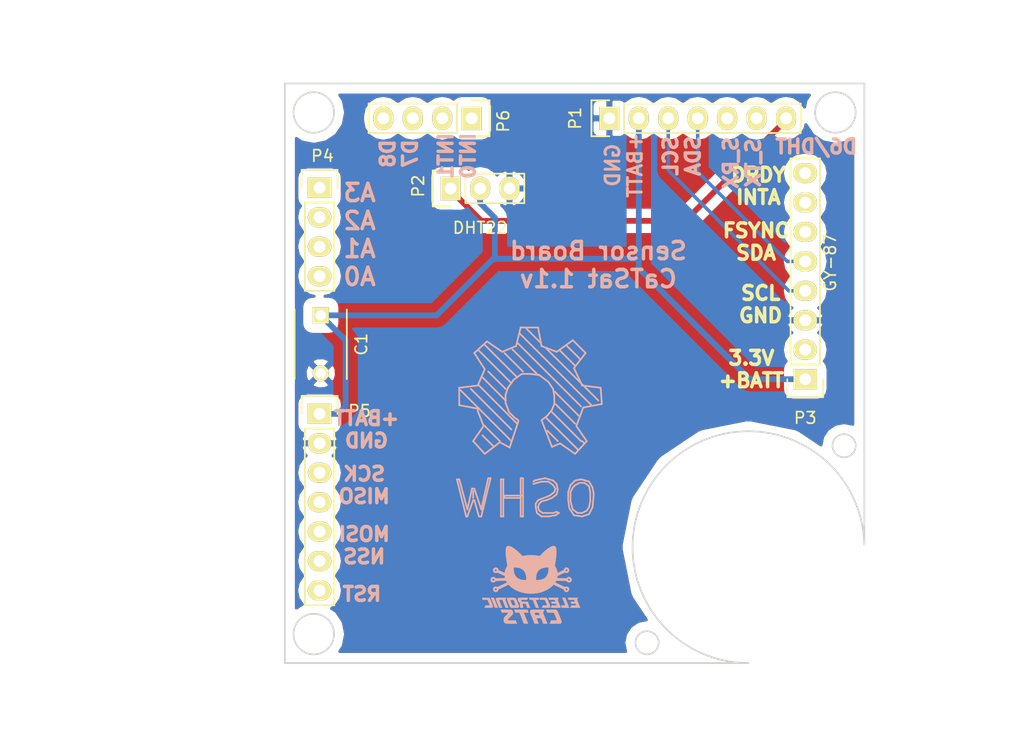
<source format=kicad_pcb>
(kicad_pcb (version 4) (host pcbnew 4.0.3-stable)

  (general
    (links 11)
    (no_connects 0)
    (area 48.651725 44.05 139.178572 109.450001)
    (thickness 1.6)
    (drawings 38)
    (tracks 40)
    (zones 0)
    (modules 9)
    (nets 25)
  )

  (page A4)
  (title_block
    (title CatSat)
    (date 2016-10-16)
    (rev 0.02)
    (company "Electronic Cats")
    (comment 1 "Eduardo Contreras")
  )

  (layers
    (0 F.Cu signal)
    (31 B.Cu signal)
    (32 B.Adhes user)
    (33 F.Adhes user)
    (34 B.Paste user)
    (35 F.Paste user)
    (36 B.SilkS user)
    (37 F.SilkS user)
    (38 B.Mask user)
    (39 F.Mask user)
    (40 Dwgs.User user)
    (41 Cmts.User user)
    (42 Eco1.User user)
    (43 Eco2.User user)
    (44 Edge.Cuts user)
    (45 Margin user)
    (46 B.CrtYd user)
    (47 F.CrtYd user)
    (48 B.Fab user)
    (49 F.Fab user)
  )

  (setup
    (last_trace_width 0.3)
    (trace_clearance 0.2)
    (zone_clearance 0.8)
    (zone_45_only no)
    (trace_min 0.2)
    (segment_width 0.2)
    (edge_width 0.15)
    (via_size 0.6)
    (via_drill 0.4)
    (via_min_size 0.4)
    (via_min_drill 0.3)
    (uvia_size 0.3)
    (uvia_drill 0.1)
    (uvias_allowed no)
    (uvia_min_size 0.2)
    (uvia_min_drill 0.1)
    (pcb_text_width 0.3)
    (pcb_text_size 1.5 1.5)
    (mod_edge_width 0.15)
    (mod_text_size 1 1)
    (mod_text_width 0.15)
    (pad_size 1.524 1.524)
    (pad_drill 0.762)
    (pad_to_mask_clearance 0.2)
    (aux_axis_origin 0 0)
    (visible_elements 7FFFFFFF)
    (pcbplotparams
      (layerselection 0x010f0_80000001)
      (usegerberextensions false)
      (excludeedgelayer true)
      (linewidth 0.100000)
      (plotframeref false)
      (viasonmask false)
      (mode 1)
      (useauxorigin false)
      (hpglpennumber 1)
      (hpglpenspeed 20)
      (hpglpendiameter 15)
      (hpglpenoverlay 2)
      (psnegative false)
      (psa4output false)
      (plotreference true)
      (plotvalue true)
      (plotinvisibletext false)
      (padsonsilk false)
      (subtractmaskfromsilk false)
      (outputformat 1)
      (mirror false)
      (drillshape 0)
      (scaleselection 1)
      (outputdirectory Produccion/CatSatSensor/))
  )

  (net 0 "")
  (net 1 GND)
  (net 2 +BATT)
  (net 3 /SCL)
  (net 4 /SDA)
  (net 5 /S_RX)
  (net 6 /S_TX)
  (net 7 /DHT/D6)
  (net 8 "Net-(P3-Pad2)")
  (net 9 /A3)
  (net 10 /A2)
  (net 11 /A1)
  (net 12 /A0)
  (net 13 /SCK)
  (net 14 /MISO)
  (net 15 /MOSI)
  (net 16 /NSS)
  (net 17 /RST)
  (net 18 /INT0)
  (net 19 /INT1)
  (net 20 /D7)
  (net 21 /D8)
  (net 22 /FSYNC)
  (net 23 /INTA)
  (net 24 /DRDY)

  (net_class Default "This is the default net class."
    (clearance 0.2)
    (trace_width 0.3)
    (via_dia 0.6)
    (via_drill 0.4)
    (uvia_dia 0.3)
    (uvia_drill 0.1)
    (add_net /A0)
    (add_net /A1)
    (add_net /A2)
    (add_net /A3)
    (add_net /D7)
    (add_net /D8)
    (add_net /DHT/D6)
    (add_net /DRDY)
    (add_net /FSYNC)
    (add_net /INT0)
    (add_net /INT1)
    (add_net /INTA)
    (add_net /MISO)
    (add_net /MOSI)
    (add_net /NSS)
    (add_net /RST)
    (add_net /SCK)
    (add_net /SCL)
    (add_net /SDA)
    (add_net /S_RX)
    (add_net /S_TX)
    (add_net GND)
    (add_net "Net-(P3-Pad2)")
  )

  (net_class vcc ""
    (clearance 0.2)
    (trace_width 0.5)
    (via_dia 0.6)
    (via_drill 0.4)
    (uvia_dia 0.3)
    (uvia_drill 0.1)
    (add_net +BATT)
  )

  (module Pin_Headers:Pin_Header_Straight_1x03 (layer F.Cu) (tedit 5804051D) (tstamp 579939C5)
    (at 86.46 59.8 90)
    (descr "Through hole pin header")
    (tags "pin header")
    (path /579A8B76)
    (fp_text reference P2 (at 0.2 -2.8 90) (layer F.SilkS)
      (effects (font (size 1 1) (thickness 0.15)))
    )
    (fp_text value DHT22 (at -3.4 2.54 180) (layer F.SilkS)
      (effects (font (size 1 1) (thickness 0.15)))
    )
    (fp_line (start -1.75 -1.75) (end -1.75 6.85) (layer F.CrtYd) (width 0.05))
    (fp_line (start 1.75 -1.75) (end 1.75 6.85) (layer F.CrtYd) (width 0.05))
    (fp_line (start -1.75 -1.75) (end 1.75 -1.75) (layer F.CrtYd) (width 0.05))
    (fp_line (start -1.75 6.85) (end 1.75 6.85) (layer F.CrtYd) (width 0.05))
    (fp_line (start -1.27 1.27) (end -1.27 6.35) (layer F.SilkS) (width 0.15))
    (fp_line (start -1.27 6.35) (end 1.27 6.35) (layer F.SilkS) (width 0.15))
    (fp_line (start 1.27 6.35) (end 1.27 1.27) (layer F.SilkS) (width 0.15))
    (fp_line (start 1.55 -1.55) (end 1.55 0) (layer F.SilkS) (width 0.15))
    (fp_line (start 1.27 1.27) (end -1.27 1.27) (layer F.SilkS) (width 0.15))
    (fp_line (start -1.55 0) (end -1.55 -1.55) (layer F.SilkS) (width 0.15))
    (fp_line (start -1.55 -1.55) (end 1.55 -1.55) (layer F.SilkS) (width 0.15))
    (pad 1 thru_hole rect (at 0 0 90) (size 2.032 1.7272) (drill 1.016) (layers *.Cu *.Mask F.SilkS)
      (net 7 /DHT/D6))
    (pad 2 thru_hole oval (at 0 2.54 90) (size 2.032 1.7272) (drill 1.016) (layers *.Cu *.Mask F.SilkS)
      (net 2 +BATT))
    (pad 3 thru_hole oval (at 0 5.08 90) (size 2.032 1.7272) (drill 1.016) (layers *.Cu *.Mask F.SilkS)
      (net 1 GND))
    (model Pin_Headers.3dshapes/Pin_Header_Straight_1x03.wrl
      (at (xyz 0 -0.1 0))
      (scale (xyz 1 1 1))
      (rotate (xyz 0 0 90))
    )
  )

  (module Pin_Headers:Pin_Header_Straight_1x08 (layer F.Cu) (tedit 580404F9) (tstamp 579939D1)
    (at 117.05 76.26 180)
    (descr "Through hole pin header")
    (tags "pin header")
    (path /579A8C6E)
    (fp_text reference P3 (at 0 -3.34 180) (layer F.SilkS)
      (effects (font (size 1 1) (thickness 0.15)))
    )
    (fp_text value GY-87 (at -2.15 10.06 270) (layer F.SilkS)
      (effects (font (size 1 1) (thickness 0.15)))
    )
    (fp_line (start -1.75 -1.75) (end -1.75 19.55) (layer F.CrtYd) (width 0.05))
    (fp_line (start 1.75 -1.75) (end 1.75 19.55) (layer F.CrtYd) (width 0.05))
    (fp_line (start -1.75 -1.75) (end 1.75 -1.75) (layer F.CrtYd) (width 0.05))
    (fp_line (start -1.75 19.55) (end 1.75 19.55) (layer F.CrtYd) (width 0.05))
    (fp_line (start 1.27 1.27) (end 1.27 19.05) (layer F.SilkS) (width 0.15))
    (fp_line (start 1.27 19.05) (end -1.27 19.05) (layer F.SilkS) (width 0.15))
    (fp_line (start -1.27 19.05) (end -1.27 1.27) (layer F.SilkS) (width 0.15))
    (fp_line (start 1.55 -1.55) (end 1.55 0) (layer F.SilkS) (width 0.15))
    (fp_line (start 1.27 1.27) (end -1.27 1.27) (layer F.SilkS) (width 0.15))
    (fp_line (start -1.55 0) (end -1.55 -1.55) (layer F.SilkS) (width 0.15))
    (fp_line (start -1.55 -1.55) (end 1.55 -1.55) (layer F.SilkS) (width 0.15))
    (pad 1 thru_hole rect (at 0 0 180) (size 2.032 1.7272) (drill 1.016) (layers *.Cu *.Mask F.SilkS)
      (net 2 +BATT))
    (pad 2 thru_hole oval (at 0 2.54 180) (size 2.032 1.7272) (drill 1.016) (layers *.Cu *.Mask F.SilkS)
      (net 8 "Net-(P3-Pad2)"))
    (pad 3 thru_hole oval (at 0 5.08 180) (size 2.032 1.7272) (drill 1.016) (layers *.Cu *.Mask F.SilkS)
      (net 1 GND))
    (pad 4 thru_hole oval (at 0 7.62 180) (size 2.032 1.7272) (drill 1.016) (layers *.Cu *.Mask F.SilkS)
      (net 3 /SCL))
    (pad 5 thru_hole oval (at 0 10.16 180) (size 2.032 1.7272) (drill 1.016) (layers *.Cu *.Mask F.SilkS)
      (net 4 /SDA))
    (pad 6 thru_hole oval (at 0 12.7 180) (size 2.032 1.7272) (drill 1.016) (layers *.Cu *.Mask F.SilkS)
      (net 22 /FSYNC))
    (pad 7 thru_hole oval (at 0 15.24 180) (size 2.032 1.7272) (drill 1.016) (layers *.Cu *.Mask F.SilkS)
      (net 23 /INTA))
    (pad 8 thru_hole oval (at 0 17.78 180) (size 2.032 1.7272) (drill 1.016) (layers *.Cu *.Mask F.SilkS)
      (net 24 /DRDY))
    (model Pin_Headers.3dshapes/Pin_Header_Straight_1x08.wrl
      (at (xyz 0 -0.35 0))
      (scale (xyz 1 1 1))
      (rotate (xyz 0 0 90))
    )
  )

  (module Pin_Headers:Pin_Header_Straight_1x04 (layer F.Cu) (tedit 5804063E) (tstamp 57993961)
    (at 88.27 53.75 270)
    (descr "Through hole pin header")
    (tags "pin header")
    (path /579A56D8)
    (fp_text reference P6 (at 0.25 -2.73 270) (layer F.SilkS)
      (effects (font (size 1 1) (thickness 0.15)))
    )
    (fp_text value CONN_01X04 (at 3.05 5.67 360) (layer F.Fab)
      (effects (font (size 1 1) (thickness 0.15)))
    )
    (fp_line (start -1.75 -1.75) (end -1.75 9.4) (layer F.CrtYd) (width 0.05))
    (fp_line (start 1.75 -1.75) (end 1.75 9.4) (layer F.CrtYd) (width 0.05))
    (fp_line (start -1.75 -1.75) (end 1.75 -1.75) (layer F.CrtYd) (width 0.05))
    (fp_line (start -1.75 9.4) (end 1.75 9.4) (layer F.CrtYd) (width 0.05))
    (fp_line (start -1.27 1.27) (end -1.27 8.89) (layer F.SilkS) (width 0.15))
    (fp_line (start 1.27 1.27) (end 1.27 8.89) (layer F.SilkS) (width 0.15))
    (fp_line (start 1.55 -1.55) (end 1.55 0) (layer F.SilkS) (width 0.15))
    (fp_line (start -1.27 8.89) (end 1.27 8.89) (layer F.SilkS) (width 0.15))
    (fp_line (start 1.27 1.27) (end -1.27 1.27) (layer F.SilkS) (width 0.15))
    (fp_line (start -1.55 0) (end -1.55 -1.55) (layer F.SilkS) (width 0.15))
    (fp_line (start -1.55 -1.55) (end 1.55 -1.55) (layer F.SilkS) (width 0.15))
    (pad 1 thru_hole rect (at 0 0 270) (size 2.032 1.7272) (drill 1.016) (layers *.Cu *.Mask F.SilkS)
      (net 18 /INT0))
    (pad 2 thru_hole oval (at 0 2.54 270) (size 2.032 1.7272) (drill 1.016) (layers *.Cu *.Mask F.SilkS)
      (net 19 /INT1))
    (pad 3 thru_hole oval (at 0 5.08 270) (size 2.032 1.7272) (drill 1.016) (layers *.Cu *.Mask F.SilkS)
      (net 20 /D7))
    (pad 4 thru_hole oval (at 0 7.62 270) (size 2.032 1.7272) (drill 1.016) (layers *.Cu *.Mask F.SilkS)
      (net 21 /D8))
    (model Pin_Headers.3dshapes/Pin_Header_Straight_1x04.wrl
      (at (xyz 0 -0.15 0))
      (scale (xyz 1 1 1))
      (rotate (xyz 0 0 90))
    )
  )

  (module Pin_Headers:Pin_Header_Straight_1x07 (layer F.Cu) (tedit 5804044A) (tstamp 57993998)
    (at 75.15 79.25)
    (descr "Through hole pin header")
    (tags "pin header")
    (path /579A56D1)
    (fp_text reference P5 (at 3.45 -0.25) (layer F.SilkS)
      (effects (font (size 1 1) (thickness 0.15)))
    )
    (fp_text value CONN_01X07 (at -2.25 5.49 90) (layer F.Fab)
      (effects (font (size 1 1) (thickness 0.15)))
    )
    (fp_line (start -1.75 -1.75) (end -1.75 17) (layer F.CrtYd) (width 0.05))
    (fp_line (start 1.75 -1.75) (end 1.75 17) (layer F.CrtYd) (width 0.05))
    (fp_line (start -1.75 -1.75) (end 1.75 -1.75) (layer F.CrtYd) (width 0.05))
    (fp_line (start -1.75 17) (end 1.75 17) (layer F.CrtYd) (width 0.05))
    (fp_line (start 1.27 1.27) (end 1.27 16.51) (layer F.SilkS) (width 0.15))
    (fp_line (start 1.27 16.51) (end -1.27 16.51) (layer F.SilkS) (width 0.15))
    (fp_line (start -1.27 16.51) (end -1.27 1.27) (layer F.SilkS) (width 0.15))
    (fp_line (start 1.55 -1.55) (end 1.55 0) (layer F.SilkS) (width 0.15))
    (fp_line (start 1.27 1.27) (end -1.27 1.27) (layer F.SilkS) (width 0.15))
    (fp_line (start -1.55 0) (end -1.55 -1.55) (layer F.SilkS) (width 0.15))
    (fp_line (start -1.55 -1.55) (end 1.55 -1.55) (layer F.SilkS) (width 0.15))
    (pad 1 thru_hole rect (at 0 0) (size 2.032 1.7272) (drill 1.016) (layers *.Cu *.Mask F.SilkS)
      (net 2 +BATT))
    (pad 2 thru_hole oval (at 0 2.54) (size 2.032 1.7272) (drill 1.016) (layers *.Cu *.Mask F.SilkS)
      (net 1 GND))
    (pad 3 thru_hole oval (at 0 5.08) (size 2.032 1.7272) (drill 1.016) (layers *.Cu *.Mask F.SilkS)
      (net 13 /SCK))
    (pad 4 thru_hole oval (at 0 7.62) (size 2.032 1.7272) (drill 1.016) (layers *.Cu *.Mask F.SilkS)
      (net 14 /MISO))
    (pad 5 thru_hole oval (at 0 10.16) (size 2.032 1.7272) (drill 1.016) (layers *.Cu *.Mask F.SilkS)
      (net 15 /MOSI))
    (pad 6 thru_hole oval (at 0 12.7) (size 2.032 1.7272) (drill 1.016) (layers *.Cu *.Mask F.SilkS)
      (net 16 /NSS))
    (pad 7 thru_hole oval (at 0 15.24) (size 2.032 1.7272) (drill 1.016) (layers *.Cu *.Mask F.SilkS)
      (net 17 /RST))
    (model Pin_Headers.3dshapes/Pin_Header_Straight_1x07.wrl
      (at (xyz 0 -0.3 0))
      (scale (xyz 1 1 1))
      (rotate (xyz 0 0 90))
    )
  )

  (module Pin_Headers:Pin_Header_Straight_1x07 (layer F.Cu) (tedit 58040489) (tstamp 579939A3)
    (at 100.15 53.75 90)
    (descr "Through hole pin header")
    (tags "pin header")
    (path /579A5A8C)
    (fp_text reference P1 (at 0 -2.95 90) (layer F.SilkS)
      (effects (font (size 1 1) (thickness 0.15)))
    )
    (fp_text value CONN_01X07 (at 2.25 7.25 180) (layer F.Fab)
      (effects (font (size 1 1) (thickness 0.15)))
    )
    (fp_line (start -1.75 -1.75) (end -1.75 17) (layer F.CrtYd) (width 0.05))
    (fp_line (start 1.75 -1.75) (end 1.75 17) (layer F.CrtYd) (width 0.05))
    (fp_line (start -1.75 -1.75) (end 1.75 -1.75) (layer F.CrtYd) (width 0.05))
    (fp_line (start -1.75 17) (end 1.75 17) (layer F.CrtYd) (width 0.05))
    (fp_line (start 1.27 1.27) (end 1.27 16.51) (layer F.SilkS) (width 0.15))
    (fp_line (start 1.27 16.51) (end -1.27 16.51) (layer F.SilkS) (width 0.15))
    (fp_line (start -1.27 16.51) (end -1.27 1.27) (layer F.SilkS) (width 0.15))
    (fp_line (start 1.55 -1.55) (end 1.55 0) (layer F.SilkS) (width 0.15))
    (fp_line (start 1.27 1.27) (end -1.27 1.27) (layer F.SilkS) (width 0.15))
    (fp_line (start -1.55 0) (end -1.55 -1.55) (layer F.SilkS) (width 0.15))
    (fp_line (start -1.55 -1.55) (end 1.55 -1.55) (layer F.SilkS) (width 0.15))
    (pad 1 thru_hole rect (at 0 0 90) (size 2.032 1.7272) (drill 1.016) (layers *.Cu *.Mask F.SilkS)
      (net 1 GND))
    (pad 2 thru_hole oval (at 0 2.54 90) (size 2.032 1.7272) (drill 1.016) (layers *.Cu *.Mask F.SilkS)
      (net 2 +BATT))
    (pad 3 thru_hole oval (at 0 5.08 90) (size 2.032 1.7272) (drill 1.016) (layers *.Cu *.Mask F.SilkS)
      (net 3 /SCL))
    (pad 4 thru_hole oval (at 0 7.62 90) (size 2.032 1.7272) (drill 1.016) (layers *.Cu *.Mask F.SilkS)
      (net 4 /SDA))
    (pad 5 thru_hole oval (at 0 10.16 90) (size 2.032 1.7272) (drill 1.016) (layers *.Cu *.Mask F.SilkS)
      (net 5 /S_RX))
    (pad 6 thru_hole oval (at 0 12.7 90) (size 2.032 1.7272) (drill 1.016) (layers *.Cu *.Mask F.SilkS)
      (net 6 /S_TX))
    (pad 7 thru_hole oval (at 0 15.24 90) (size 2.032 1.7272) (drill 1.016) (layers *.Cu *.Mask F.SilkS)
      (net 7 /DHT/D6))
    (model Pin_Headers.3dshapes/Pin_Header_Straight_1x07.wrl
      (at (xyz 0 -0.3 0))
      (scale (xyz 1 1 1))
      (rotate (xyz 0 0 90))
    )
  )

  (module Pin_Headers:Pin_Header_Straight_1x04 (layer F.Cu) (tedit 58040638) (tstamp 579A51BC)
    (at 75.15 59.75)
    (descr "Through hole pin header")
    (tags "pin header")
    (path /579A5A85)
    (fp_text reference P4 (at 0.25 -2.75) (layer F.SilkS)
      (effects (font (size 1 1) (thickness 0.15)))
    )
    (fp_text value CONN_01X04 (at -2.25 3.58 90) (layer F.Fab)
      (effects (font (size 1 1) (thickness 0.15)))
    )
    (fp_line (start -1.75 -1.75) (end -1.75 9.4) (layer F.CrtYd) (width 0.05))
    (fp_line (start 1.75 -1.75) (end 1.75 9.4) (layer F.CrtYd) (width 0.05))
    (fp_line (start -1.75 -1.75) (end 1.75 -1.75) (layer F.CrtYd) (width 0.05))
    (fp_line (start -1.75 9.4) (end 1.75 9.4) (layer F.CrtYd) (width 0.05))
    (fp_line (start -1.27 1.27) (end -1.27 8.89) (layer F.SilkS) (width 0.15))
    (fp_line (start 1.27 1.27) (end 1.27 8.89) (layer F.SilkS) (width 0.15))
    (fp_line (start 1.55 -1.55) (end 1.55 0) (layer F.SilkS) (width 0.15))
    (fp_line (start -1.27 8.89) (end 1.27 8.89) (layer F.SilkS) (width 0.15))
    (fp_line (start 1.27 1.27) (end -1.27 1.27) (layer F.SilkS) (width 0.15))
    (fp_line (start -1.55 0) (end -1.55 -1.55) (layer F.SilkS) (width 0.15))
    (fp_line (start -1.55 -1.55) (end 1.55 -1.55) (layer F.SilkS) (width 0.15))
    (pad 1 thru_hole rect (at 0 0) (size 2.032 1.7272) (drill 1.016) (layers *.Cu *.Mask F.SilkS)
      (net 9 /A3))
    (pad 2 thru_hole oval (at 0 2.54) (size 2.032 1.7272) (drill 1.016) (layers *.Cu *.Mask F.SilkS)
      (net 10 /A2))
    (pad 3 thru_hole oval (at 0 5.08) (size 2.032 1.7272) (drill 1.016) (layers *.Cu *.Mask F.SilkS)
      (net 11 /A1))
    (pad 4 thru_hole oval (at 0 7.62) (size 2.032 1.7272) (drill 1.016) (layers *.Cu *.Mask F.SilkS)
      (net 12 /A0))
    (model Pin_Headers.3dshapes/Pin_Header_Straight_1x04.wrl
      (at (xyz 0 -0.15 0))
      (scale (xyz 1 1 1))
      (rotate (xyz 0 0 90))
    )
  )

  (module Capacitors_ThroughHole:C_Disc_D6_P5 (layer F.Cu) (tedit 0) (tstamp 579BB1CC)
    (at 75.25 70.75 270)
    (descr "Capacitor 6mm Disc, Pitch 5mm")
    (tags Capacitor)
    (path /579BCEC3)
    (fp_text reference C1 (at 2.5 -3.5 270) (layer F.SilkS)
      (effects (font (size 1 1) (thickness 0.15)))
    )
    (fp_text value 0.1uF (at 2.5 3.5 270) (layer F.Fab)
      (effects (font (size 1 1) (thickness 0.15)))
    )
    (fp_line (start -0.95 -2.5) (end 5.95 -2.5) (layer F.CrtYd) (width 0.05))
    (fp_line (start 5.95 -2.5) (end 5.95 2.5) (layer F.CrtYd) (width 0.05))
    (fp_line (start 5.95 2.5) (end -0.95 2.5) (layer F.CrtYd) (width 0.05))
    (fp_line (start -0.95 2.5) (end -0.95 -2.5) (layer F.CrtYd) (width 0.05))
    (fp_line (start -0.5 -2.25) (end 5.5 -2.25) (layer F.SilkS) (width 0.15))
    (fp_line (start 5.5 2.25) (end -0.5 2.25) (layer F.SilkS) (width 0.15))
    (pad 1 thru_hole rect (at 0 0 270) (size 1.4 1.4) (drill 0.9) (layers *.Cu *.Mask F.SilkS)
      (net 2 +BATT))
    (pad 2 thru_hole circle (at 5 0 270) (size 1.4 1.4) (drill 0.9) (layers *.Cu *.Mask F.SilkS)
      (net 1 GND))
    (model Capacitors_ThroughHole.3dshapes/C_Disc_D6_P5.wrl
      (at (xyz 0.0984252 0 0))
      (scale (xyz 1 1 1))
      (rotate (xyz 0 0 0))
    )
  )

  (module theinventorhouse:electronic_cats_logo_8x6 (layer B.Cu) (tedit 0) (tstamp 579FBC2C)
    (at 93.4 94 180)
    (fp_text reference G*** (at 0 0 180) (layer B.SilkS) hide
      (effects (font (thickness 0.3)) (justify mirror))
    )
    (fp_text value LOGO (at 0.75 0 180) (layer B.SilkS) hide
      (effects (font (thickness 0.3)) (justify mirror))
    )
    (fp_poly (pts (xy -1.511952 -2.134469) (xy -1.457322 -2.134584) (xy -1.408721 -2.134798) (xy -1.367028 -2.135106)
      (xy -1.333123 -2.135503) (xy -1.307886 -2.135985) (xy -1.292197 -2.136546) (xy -1.286933 -2.137166)
      (xy -1.288907 -2.144025) (xy -1.294337 -2.159457) (xy -1.302488 -2.181556) (xy -1.312625 -2.208412)
      (xy -1.324012 -2.238118) (xy -1.335914 -2.268766) (xy -1.347595 -2.298447) (xy -1.358321 -2.325254)
      (xy -1.367355 -2.347279) (xy -1.373007 -2.360481) (xy -1.38977 -2.398273) (xy -1.650207 -2.399992)
      (xy -1.711234 -2.400408) (xy -1.762016 -2.400814) (xy -1.8036 -2.401261) (xy -1.837031 -2.4018)
      (xy -1.863353 -2.402483) (xy -1.883612 -2.40336) (xy -1.898852 -2.404484) (xy -1.910119 -2.405905)
      (xy -1.918458 -2.407675) (xy -1.924914 -2.409846) (xy -1.930531 -2.412467) (xy -1.933222 -2.413894)
      (xy -1.956584 -2.429106) (xy -1.976812 -2.448526) (xy -1.995034 -2.473783) (xy -2.012374 -2.50651)
      (xy -2.029956 -2.548336) (xy -2.034811 -2.561185) (xy -2.042642 -2.581822) (xy -2.05406 -2.611251)
      (xy -2.068405 -2.647803) (xy -2.085019 -2.689812) (xy -2.10324 -2.735608) (xy -2.122411 -2.783525)
      (xy -2.141384 -2.830688) (xy -2.159759 -2.876395) (xy -2.17689 -2.91931) (xy -2.192288 -2.958193)
      (xy -2.205469 -2.991804) (xy -2.215947 -3.018901) (xy -2.223235 -3.038245) (xy -2.226848 -3.048595)
      (xy -2.227072 -3.049411) (xy -2.23078 -3.064933) (xy -1.728641 -3.064933) (xy -1.673661 -3.182055)
      (xy -1.657155 -3.217406) (xy -1.641663 -3.250935) (xy -1.628047 -3.280746) (xy -1.617171 -3.304946)
      (xy -1.609898 -3.32164) (xy -1.608112 -3.325988) (xy -1.597543 -3.3528) (xy -2.064538 -3.35255)
      (xy -2.148085 -3.352497) (xy -2.221092 -3.352423) (xy -2.284306 -3.352311) (xy -2.338477 -3.352143)
      (xy -2.384352 -3.351902) (xy -2.422681 -3.351572) (xy -2.454211 -3.351135) (xy -2.479691 -3.350574)
      (xy -2.499869 -3.349872) (xy -2.515493 -3.349012) (xy -2.527313 -3.347977) (xy -2.536076 -3.346749)
      (xy -2.542531 -3.345313) (xy -2.547426 -3.34365) (xy -2.55151 -3.341743) (xy -2.552122 -3.341423)
      (xy -2.581872 -3.319531) (xy -2.60532 -3.289458) (xy -2.621536 -3.252954) (xy -2.629586 -3.211767)
      (xy -2.630311 -3.194633) (xy -2.628535 -3.169238) (xy -2.623056 -3.138459) (xy -2.613648 -3.101603)
      (xy -2.600085 -3.057977) (xy -2.58214 -3.006886) (xy -2.559587 -2.947637) (xy -2.532201 -2.879535)
      (xy -2.510929 -2.828358) (xy -2.494754 -2.789239) (xy -2.476975 -2.745214) (xy -2.459384 -2.700785)
      (xy -2.443774 -2.660451) (xy -2.438575 -2.646709) (xy -2.413265 -2.580405) (xy -2.387347 -2.514678)
      (xy -2.361711 -2.451694) (xy -2.33725 -2.393617) (xy -2.314854 -2.342615) (xy -2.301271 -2.313103)
      (xy -2.27273 -2.260395) (xy -2.241285 -2.217763) (xy -2.205995 -2.184165) (xy -2.165919 -2.15856)
      (xy -2.158286 -2.154796) (xy -2.119489 -2.136422) (xy -1.703211 -2.134772) (xy -1.635776 -2.134558)
      (xy -1.57173 -2.134459) (xy -1.511952 -2.134469)) (layer B.SilkS) (width 0.01))
    (fp_poly (pts (xy -0.758396 -2.134512) (xy -0.668554 -2.134699) (xy -0.594078 -2.134912) (xy -0.50221 -2.135213)
      (xy -0.420943 -2.135513) (xy -0.349591 -2.135826) (xy -0.287464 -2.136166) (xy -0.233876 -2.136545)
      (xy -0.188139 -2.136978) (xy -0.149566 -2.137477) (xy -0.117469 -2.138056) (xy -0.09116 -2.138729)
      (xy -0.069952 -2.139509) (xy -0.053158 -2.14041) (xy -0.040089 -2.141445) (xy -0.030058 -2.142628)
      (xy -0.022378 -2.143971) (xy -0.016362 -2.14549) (xy -0.013865 -2.146284) (xy 0.022439 -2.164287)
      (xy 0.052406 -2.190922) (xy 0.075079 -2.224894) (xy 0.089502 -2.26491) (xy 0.093857 -2.291918)
      (xy 0.094487 -2.313724) (xy 0.092427 -2.338488) (xy 0.087413 -2.367055) (xy 0.079176 -2.400274)
      (xy 0.067453 -2.438988) (xy 0.051978 -2.484046) (xy 0.032483 -2.536293) (xy 0.008705 -2.596575)
      (xy -0.019624 -2.665738) (xy -0.035423 -2.703546) (xy -0.048183 -2.734323) (xy -0.064329 -2.77391)
      (xy -0.083174 -2.820588) (xy -0.10403 -2.87264) (xy -0.126212 -2.928347) (xy -0.149031 -2.985991)
      (xy -0.171802 -3.043853) (xy -0.188885 -3.087511) (xy -0.291302 -3.349977) (xy -0.473029 -3.351467)
      (xy -0.528061 -3.351747) (xy -0.573708 -3.351616) (xy -0.609582 -3.351083) (xy -0.635294 -3.350157)
      (xy -0.650453 -3.348847) (xy -0.654756 -3.347387) (xy -0.652752 -3.34111) (xy -0.647025 -3.325444)
      (xy -0.638001 -3.301501) (xy -0.626105 -3.270391) (xy -0.611763 -3.233223) (xy -0.595402 -3.191109)
      (xy -0.577446 -3.145159) (xy -0.566513 -3.117297) (xy -0.547726 -3.069431) (xy -0.530179 -3.024594)
      (xy -0.514314 -2.983926) (xy -0.500573 -2.948565) (xy -0.489397 -2.919652) (xy -0.48123 -2.898324)
      (xy -0.476513 -2.885722) (xy -0.475543 -2.8829) (xy -0.47539 -2.880223) (xy -0.477298 -2.878077)
      (xy -0.482369 -2.876404) (xy -0.491702 -2.875146) (xy -0.506399 -2.874243) (xy -0.527559 -2.873638)
      (xy -0.556284 -2.873272) (xy -0.593673 -2.873088) (xy -0.640827 -2.873025) (xy -0.661801 -2.873022)
      (xy -0.850785 -2.873022) (xy -0.882147 -2.947811) (xy -0.893122 -2.974256) (xy -0.907257 -3.008736)
      (xy -0.923555 -3.048791) (xy -0.941017 -3.091961) (xy -0.958644 -3.135785) (xy -0.970726 -3.165987)
      (xy -0.986366 -3.204964) (xy -1.001209 -3.241542) (xy -1.014579 -3.274091) (xy -1.025802 -3.300981)
      (xy -1.034204 -3.320583) (xy -1.039019 -3.331087) (xy -1.050096 -3.3528) (xy -1.227782 -3.3528)
      (xy -1.283252 -3.35262) (xy -1.328714 -3.352088) (xy -1.363898 -3.351212) (xy -1.388536 -3.350001)
      (xy -1.402359 -3.348463) (xy -1.405467 -3.34711) (xy -1.403423 -3.341084) (xy -1.397541 -3.325526)
      (xy -1.388197 -3.30138) (xy -1.375767 -3.269587) (xy -1.360626 -3.231091) (xy -1.34315 -3.186833)
      (xy -1.323714 -3.137755) (xy -1.302694 -3.084801) (xy -1.280466 -3.028912) (xy -1.257405 -2.97103)
      (xy -1.233886 -2.912098) (xy -1.210286 -2.853059) (xy -1.18698 -2.794854) (xy -1.164343 -2.738426)
      (xy -1.142751 -2.684717) (xy -1.122581 -2.634669) (xy -1.111751 -2.607883) (xy -0.745026 -2.607883)
      (xy -0.554547 -2.606397) (xy -0.364067 -2.604911) (xy -0.346131 -2.568222) (xy -0.335166 -2.543332)
      (xy -0.323986 -2.514029) (xy -0.315429 -2.488002) (xy -0.309109 -2.464971) (xy -0.306297 -2.449677)
      (xy -0.306699 -2.439226) (xy -0.309718 -2.431291) (xy -0.314536 -2.422989) (xy -0.319973 -2.416398)
      (xy -0.327319 -2.411303) (xy -0.337864 -2.40749) (xy -0.352898 -2.404743) (xy -0.37371 -2.402849)
      (xy -0.401592 -2.401592) (xy -0.437831 -2.400759) (xy -0.48372 -2.400135) (xy -0.498007 -2.399973)
      (xy -0.654525 -2.398236) (xy -0.665891 -2.416907) (xy -0.674267 -2.432917) (xy -0.685776 -2.458318)
      (xy -0.699878 -2.491828) (xy -0.71603 -2.532163) (xy -0.731603 -2.57253) (xy -0.745026 -2.607883)
      (xy -1.111751 -2.607883) (xy -1.104206 -2.589225) (xy -1.088003 -2.549328) (xy -1.074348 -2.515918)
      (xy -1.068503 -2.501723) (xy -1.025872 -2.398535) (xy -1.085847 -2.272203) (xy -1.102384 -2.237124)
      (xy -1.117174 -2.205275) (xy -1.129559 -2.178116) (xy -1.138878 -2.157109) (xy -1.14447 -2.143712)
      (xy -1.145822 -2.139525) (xy -1.142579 -2.138408) (xy -1.132569 -2.137437) (xy -1.11537 -2.136609)
      (xy -1.090564 -2.13592) (xy -1.057729 -2.135366) (xy -1.016444 -2.134945) (xy -0.966289 -2.134653)
      (xy -0.906843 -2.134485) (xy -0.837685 -2.13444) (xy -0.758396 -2.134512)) (layer B.SilkS) (width 0.01))
    (fp_poly (pts (xy 1.005374 -2.133101) (xy 1.072832 -2.133233) (xy 1.137829 -2.133459) (xy 1.199452 -2.13378)
      (xy 1.256786 -2.134198) (xy 1.308917 -2.134713) (xy 1.35493 -2.135326) (xy 1.393912 -2.136038)
      (xy 1.424947 -2.13685) (xy 1.447123 -2.137762) (xy 1.459524 -2.138777) (xy 1.461911 -2.139498)
      (xy 1.459955 -2.146219) (xy 1.454462 -2.161933) (xy 1.445993 -2.185116) (xy 1.435111 -2.214244)
      (xy 1.422378 -2.247792) (xy 1.413028 -2.272143) (xy 1.364145 -2.398888) (xy 1.010546 -2.398888)
      (xy 0.995454 -2.428522) (xy 0.988093 -2.444315) (xy 0.977915 -2.467989) (xy 0.966042 -2.496847)
      (xy 0.953596 -2.528188) (xy 0.947939 -2.542822) (xy 0.933802 -2.579324) (xy 0.918042 -2.619348)
      (xy 0.902408 -2.658488) (xy 0.88865 -2.692339) (xy 0.886295 -2.698044) (xy 0.878575 -2.716927)
      (xy 0.867221 -2.745035) (xy 0.852744 -2.781092) (xy 0.835652 -2.823824) (xy 0.816455 -2.871953)
      (xy 0.795661 -2.924203) (xy 0.773781 -2.9793) (xy 0.751324 -3.035967) (xy 0.742095 -3.059288)
      (xy 0.627116 -3.349977) (xy 0.254534 -3.352951) (xy 0.26003 -3.337353) (xy 0.262913 -3.329863)
      (xy 0.269678 -3.312678) (xy 0.280011 -3.286583) (xy 0.293599 -3.252364) (xy 0.310129 -3.210807)
      (xy 0.32929 -3.162698) (xy 0.350767 -3.108822) (xy 0.374248 -3.049965) (xy 0.399419 -2.986912)
      (xy 0.425969 -2.920449) (xy 0.44831 -2.864555) (xy 0.475575 -2.796237) (xy 0.50155 -2.730915)
      (xy 0.52594 -2.669347) (xy 0.548447 -2.612294) (xy 0.568775 -2.560515) (xy 0.586627 -2.51477)
      (xy 0.601707 -2.475819) (xy 0.613717 -2.444422) (xy 0.622362 -2.421338) (xy 0.627345 -2.407327)
      (xy 0.628481 -2.403122) (xy 0.622431 -2.402149) (xy 0.606372 -2.401255) (xy 0.581587 -2.400466)
      (xy 0.549357 -2.399809) (xy 0.510961 -2.399309) (xy 0.467682 -2.398994) (xy 0.42262 -2.398888)
      (xy 0.219372 -2.398888) (xy 0.223231 -2.386188) (xy 0.22599 -2.378292) (xy 0.232035 -2.361676)
      (xy 0.240676 -2.33819) (xy 0.251227 -2.309682) (xy 0.263 -2.278001) (xy 0.275307 -2.244993)
      (xy 0.287461 -2.212509) (xy 0.298773 -2.182394) (xy 0.308556 -2.156499) (xy 0.314593 -2.140655)
      (xy 0.320502 -2.139562) (xy 0.336749 -2.13855) (xy 0.362421 -2.13762) (xy 0.396604 -2.136774)
      (xy 0.438383 -2.136013) (xy 0.486844 -2.135336) (xy 0.541073 -2.134746) (xy 0.600155 -2.134242)
      (xy 0.663176 -2.133827) (xy 0.729223 -2.1335) (xy 0.79738 -2.133263) (xy 0.866734 -2.133117)
      (xy 0.93637 -2.133063) (xy 1.005374 -2.133101)) (layer B.SilkS) (width 0.01))
    (fp_poly (pts (xy 2.448718 -2.134699) (xy 2.498882 -2.134872) (xy 2.542225 -2.135141) (xy 2.577884 -2.135501)
      (xy 2.604996 -2.135947) (xy 2.622699 -2.136477) (xy 2.630131 -2.137084) (xy 2.630311 -2.137201)
      (xy 2.62831 -2.143399) (xy 2.622704 -2.158536) (xy 2.614083 -2.181072) (xy 2.60304 -2.209467)
      (xy 2.590167 -2.242181) (xy 2.583022 -2.260198) (xy 2.56922 -2.294975) (xy 2.556707 -2.326623)
      (xy 2.546129 -2.353502) (xy 2.538131 -2.37397) (xy 2.533358 -2.386386) (xy 2.532399 -2.389011)
      (xy 2.530996 -2.391373) (xy 2.527873 -2.393327) (xy 2.522043 -2.394912) (xy 2.512522 -2.396166)
      (xy 2.498323 -2.397127) (xy 2.478463 -2.397835) (xy 2.451955 -2.398327) (xy 2.417813 -2.398642)
      (xy 2.375054 -2.398818) (xy 2.322691 -2.398895) (xy 2.279121 -2.398909) (xy 2.219298 -2.398936)
      (xy 2.169712 -2.399033) (xy 2.129314 -2.399244) (xy 2.097053 -2.399611) (xy 2.071877 -2.400177)
      (xy 2.052737 -2.400985) (xy 2.038581 -2.402077) (xy 2.028359 -2.403497) (xy 2.021019 -2.405286)
      (xy 2.015512 -2.407489) (xy 2.011337 -2.409809) (xy 1.998349 -2.419648) (xy 1.991059 -2.430579)
      (xy 1.989911 -2.443428) (xy 1.995348 -2.459019) (xy 2.007812 -2.478176) (xy 2.027746 -2.501723)
      (xy 2.055594 -2.530485) (xy 2.091798 -2.565286) (xy 2.098016 -2.571115) (xy 2.1458 -2.616648)
      (xy 2.190644 -2.661052) (xy 2.231397 -2.703113) (xy 2.266912 -2.741615) (xy 2.296037 -2.775346)
      (xy 2.317622 -2.803089) (xy 2.317657 -2.803137) (xy 2.341533 -2.844299) (xy 2.360277 -2.892812)
      (xy 2.372771 -2.945471) (xy 2.376156 -2.970642) (xy 2.378329 -3.020326) (xy 2.375437 -3.071146)
      (xy 2.367947 -3.120341) (xy 2.356327 -3.165147) (xy 2.341046 -3.202802) (xy 2.334956 -3.213721)
      (xy 2.310784 -3.24584) (xy 2.279356 -3.276773) (xy 2.244477 -3.303086) (xy 2.221144 -3.316387)
      (xy 2.208052 -3.322798) (xy 2.196218 -3.328409) (xy 2.184833 -3.333274) (xy 2.173086 -3.337445)
      (xy 2.160167 -3.340976) (xy 2.145266 -3.343921) (xy 2.127571 -3.346332) (xy 2.106272 -3.348262)
      (xy 2.08056 -3.349766) (xy 2.049623 -3.350895) (xy 2.012651 -3.351704) (xy 1.968834 -3.352246)
      (xy 1.917362 -3.352573) (xy 1.857423 -3.352739) (xy 1.788208 -3.352797) (xy 1.708906 -3.352801)
      (xy 1.666747 -3.3528) (xy 1.594682 -3.352739) (xy 1.526568 -3.352563) (xy 1.463201 -3.35228)
      (xy 1.405379 -3.351899) (xy 1.353898 -3.351428) (xy 1.309552 -3.350878) (xy 1.27314 -3.350255)
      (xy 1.245456 -3.34957) (xy 1.227297 -3.348831) (xy 1.21946 -3.348046) (xy 1.2192 -3.347872)
      (xy 1.221152 -3.341476) (xy 1.226652 -3.326001) (xy 1.235162 -3.302889) (xy 1.246145 -3.273587)
      (xy 1.259066 -3.239537) (xy 1.272167 -3.205349) (xy 1.325134 -3.067755) (xy 1.652011 -3.064933)
      (xy 1.721307 -3.064315) (xy 1.780207 -3.063731) (xy 1.829605 -3.063145) (xy 1.870393 -3.062526)
      (xy 1.903464 -3.061838) (xy 1.929712 -3.061047) (xy 1.950029 -3.060121) (xy 1.965308 -3.059024)
      (xy 1.976443 -3.057723) (xy 1.984326 -3.056184) (xy 1.98985 -3.054374) (xy 1.993909 -3.052258)
      (xy 1.994412 -3.051934) (xy 2.009185 -3.039945) (xy 2.01722 -3.026989) (xy 2.018137 -3.012156)
      (xy 2.011556 -2.994535) (xy 1.997094 -2.973217) (xy 1.974372 -2.94729) (xy 1.943007 -2.915846)
      (xy 1.933759 -2.907004) (xy 1.911102 -2.885292) (xy 1.882361 -2.857429) (xy 1.849419 -2.825258)
      (xy 1.81416 -2.790624) (xy 1.778467 -2.755373) (xy 1.746442 -2.723559) (xy 1.708074 -2.685015)
      (xy 1.67704 -2.6531) (xy 1.652402 -2.626766) (xy 1.633217 -2.604965) (xy 1.618546 -2.58665)
      (xy 1.607447 -2.570771) (xy 1.603385 -2.56417) (xy 1.580849 -2.520884) (xy 1.566521 -2.480088)
      (xy 1.559294 -2.437894) (xy 1.557867 -2.404308) (xy 1.5616 -2.34441) (xy 1.573001 -2.292628)
      (xy 1.592369 -2.248523) (xy 1.620001 -2.211657) (xy 1.656198 -2.181593) (xy 1.701258 -2.157893)
      (xy 1.734289 -2.146046) (xy 1.740937 -2.144331) (xy 1.749505 -2.14283) (xy 1.76077 -2.141522)
      (xy 1.775509 -2.14039) (xy 1.7945 -2.139416) (xy 1.818521 -2.13858) (xy 1.84835 -2.137865)
      (xy 1.884763 -2.137252) (xy 1.928538 -2.136722) (xy 1.980454 -2.136256) (xy 2.041288 -2.135838)
      (xy 2.111817 -2.135447) (xy 2.192818 -2.135065) (xy 2.1971 -2.135046) (xy 2.265924 -2.134795)
      (xy 2.331376 -2.134656) (xy 2.392596 -2.134626) (xy 2.448718 -2.134699)) (layer B.SilkS) (width 0.01))
    (fp_poly (pts (xy -2.688812 -1.118905) (xy -2.691443 -1.126336) (xy -2.697869 -1.143309) (xy -2.707718 -1.168875)
      (xy -2.720621 -1.202084) (xy -2.736206 -1.241987) (xy -2.754101 -1.287633) (xy -2.773937 -1.338074)
      (xy -2.795343 -1.392359) (xy -2.817946 -1.449538) (xy -2.818375 -1.450622) (xy -2.944605 -1.769533)
      (xy -2.756413 -1.771019) (xy -2.711602 -1.77146) (xy -2.670609 -1.77203) (xy -2.634741 -1.772698)
      (xy -2.605308 -1.773433) (xy -2.583619 -1.774203) (xy -2.570982 -1.774978) (xy -2.568222 -1.775513)
      (xy -2.570255 -1.781478) (xy -2.575884 -1.796108) (xy -2.58441 -1.817632) (xy -2.595132 -1.844276)
      (xy -2.604463 -1.867213) (xy -2.616799 -1.897748) (xy -2.627813 -1.925656) (xy -2.636692 -1.948828)
      (xy -2.642624 -1.965155) (xy -2.644586 -1.971374) (xy -2.648468 -1.986844) (xy -3.297116 -1.986844)
      (xy -3.293368 -1.974144) (xy -3.290731 -1.967033) (xy -3.284217 -1.950251) (xy -3.274148 -1.924607)
      (xy -3.260844 -1.890912) (xy -3.244628 -1.849973) (xy -3.225819 -1.8026) (xy -3.204739 -1.749601)
      (xy -3.181709 -1.691787) (xy -3.15705 -1.629966) (xy -3.131083 -1.564947) (xy -3.119228 -1.535288)
      (xy -2.948836 -1.109133) (xy -2.817158 -1.107616) (xy -2.685479 -1.106099) (xy -2.688812 -1.118905)) (layer B.SilkS) (width 0.01))
    (fp_poly (pts (xy 1.770214 -1.112167) (xy 1.836284 -1.112556) (xy 1.891463 -1.113207) (xy 1.935671 -1.114119)
      (xy 1.968825 -1.115289) (xy 1.990845 -1.116716) (xy 2.000955 -1.118185) (xy 2.032619 -1.132226)
      (xy 2.057659 -1.154316) (xy 2.074703 -1.182695) (xy 2.082381 -1.215602) (xy 2.082676 -1.223141)
      (xy 2.082058 -1.234537) (xy 2.079887 -1.248287) (xy 2.075853 -1.265286) (xy 2.069649 -1.286426)
      (xy 2.060963 -1.312601) (xy 2.049487 -1.344705) (xy 2.034912 -1.383631) (xy 2.016927 -1.430272)
      (xy 1.995224 -1.485521) (xy 1.969494 -1.550273) (xy 1.968758 -1.552117) (xy 1.939062 -1.626051)
      (xy 1.912808 -1.690185) (xy 1.889556 -1.745316) (xy 1.868863 -1.792244) (xy 1.850289 -1.831768)
      (xy 1.833393 -1.864686) (xy 1.817735 -1.891797) (xy 1.802872 -1.913902) (xy 1.788364 -1.931797)
      (xy 1.77377 -1.946282) (xy 1.758648 -1.958157) (xy 1.742559 -1.96822) (xy 1.737538 -1.970972)
      (xy 1.713089 -1.984022) (xy 1.425222 -1.985023) (xy 1.35628 -1.985147) (xy 1.294833 -1.985019)
      (xy 1.241473 -1.98465) (xy 1.19679 -1.984048) (xy 1.161373 -1.983221) (xy 1.135814 -1.98218)
      (xy 1.120702 -1.980932) (xy 1.1176 -1.980345) (xy 1.090115 -1.96685) (xy 1.068012 -1.944716)
      (xy 1.052512 -1.915798) (xy 1.044835 -1.881951) (xy 1.044222 -1.868827) (xy 1.044677 -1.855671)
      (xy 1.046258 -1.841584) (xy 1.049295 -1.825593) (xy 1.054114 -1.806723) (xy 1.061043 -1.784)
      (xy 1.07041 -1.756451) (xy 1.073303 -1.748496) (xy 1.350111 -1.748496) (xy 1.356193 -1.759628)
      (xy 1.369584 -1.766629) (xy 1.391287 -1.770451) (xy 1.422301 -1.772043) (xy 1.462161 -1.772355)
      (xy 1.502139 -1.771952) (xy 1.532605 -1.770652) (xy 1.555313 -1.768321) (xy 1.572013 -1.764825)
      (xy 1.575803 -1.763635) (xy 1.594982 -1.754821) (xy 1.612042 -1.743306) (xy 1.616199 -1.739463)
      (xy 1.624171 -1.727828) (xy 1.635577 -1.706232) (xy 1.650116 -1.675368) (xy 1.667486 -1.635928)
      (xy 1.687388 -1.588605) (xy 1.709519 -1.534091) (xy 1.733579 -1.473079) (xy 1.74628 -1.440242)
      (xy 1.75942 -1.405888) (xy 1.768877 -1.380385) (xy 1.775072 -1.362069) (xy 1.778426 -1.349275)
      (xy 1.77936 -1.340337) (xy 1.778295 -1.333591) (xy 1.775652 -1.327372) (xy 1.775101 -1.326296)
      (xy 1.765237 -1.31364) (xy 1.753508 -1.306412) (xy 1.753409 -1.306387) (xy 1.743562 -1.305398)
      (xy 1.724602 -1.304743) (xy 1.698703 -1.304452) (xy 1.668035 -1.304554) (xy 1.643839 -1.304894)
      (xy 1.608107 -1.305672) (xy 1.581809 -1.306628) (xy 1.563092 -1.307983) (xy 1.5501 -1.309961)
      (xy 1.54098 -1.312783) (xy 1.533877 -1.316673) (xy 1.531449 -1.318384) (xy 1.513225 -1.336036)
      (xy 1.49529 -1.360594) (xy 1.48038 -1.387945) (xy 1.473545 -1.405466) (xy 1.468856 -1.418737)
      (xy 1.460678 -1.440276) (xy 1.449856 -1.467925) (xy 1.437234 -1.499528) (xy 1.423954 -1.532198)
      (xy 1.409572 -1.567629) (xy 1.395405 -1.603168) (xy 1.382526 -1.63608) (xy 1.372005 -1.663633)
      (xy 1.365711 -1.680814) (xy 1.355872 -1.710039) (xy 1.350338 -1.732283) (xy 1.350111 -1.748496)
      (xy 1.073303 -1.748496) (xy 1.082542 -1.723101) (xy 1.097767 -1.682975) (xy 1.116413 -1.635102)
      (xy 1.138806 -1.578505) (xy 1.158299 -1.529644) (xy 1.18743 -1.457153) (xy 1.213014 -1.394435)
      (xy 1.235483 -1.340698) (xy 1.255271 -1.295152) (xy 1.272814 -1.257006) (xy 1.288543 -1.225468)
      (xy 1.302893 -1.199749) (xy 1.316298 -1.179056) (xy 1.329191 -1.1626) (xy 1.342007 -1.149589)
      (xy 1.355178 -1.139232) (xy 1.369139 -1.130738) (xy 1.380067 -1.125266) (xy 1.408289 -1.112065)
      (xy 1.693333 -1.112042) (xy 1.770214 -1.112167)) (layer B.SilkS) (width 0.01))
    (fp_poly (pts (xy 2.692241 -1.111989) (xy 2.752109 -1.112108) (xy 2.803079 -1.112364) (xy 2.845947 -1.112808)
      (xy 2.88151 -1.113491) (xy 2.910565 -1.114464) (xy 2.933909 -1.115778) (xy 2.952339 -1.117486)
      (xy 2.966651 -1.119637) (xy 2.977643 -1.122284) (xy 2.986111 -1.125477) (xy 2.992852 -1.129268)
      (xy 2.998663 -1.133708) (xy 3.00434 -1.138849) (xy 3.00755 -1.141858) (xy 3.025542 -1.162828)
      (xy 3.036933 -1.186781) (xy 3.041734 -1.214878) (xy 3.039958 -1.248281) (xy 3.031617 -1.288151)
      (xy 3.016724 -1.335649) (xy 3.009826 -1.354666) (xy 3.002076 -1.374996) (xy 2.99062 -1.404442)
      (xy 2.975994 -1.44166) (xy 2.95873 -1.485304) (xy 2.939363 -1.534027) (xy 2.918426 -1.586485)
      (xy 2.896455 -1.641331) (xy 2.873981 -1.69722) (xy 2.869346 -1.708722) (xy 2.757311 -1.986577)
      (xy 2.626078 -1.98671) (xy 2.578766 -1.986538) (xy 2.542364 -1.985901) (xy 2.516501 -1.984784)
      (xy 2.500807 -1.983169) (xy 2.494911 -1.98104) (xy 2.494844 -1.980751) (xy 2.496877 -1.974541)
      (xy 2.502731 -1.95878) (xy 2.512044 -1.934401) (xy 2.524452 -1.902336) (xy 2.53959 -1.863519)
      (xy 2.557095 -1.818883) (xy 2.576604 -1.76936) (xy 2.597752 -1.715884) (xy 2.619022 -1.662288)
      (xy 2.641445 -1.605649) (xy 2.662567 -1.551843) (xy 2.68202 -1.501834) (xy 2.69944 -1.456587)
      (xy 2.714458 -1.417065) (xy 2.726708 -1.384233) (xy 2.735825 -1.359055) (xy 2.74144 -1.342494)
      (xy 2.7432 -1.335679) (xy 2.742304 -1.325865) (xy 2.738771 -1.318285) (xy 2.73133 -1.312656)
      (xy 2.718712 -1.308696) (xy 2.699648 -1.306121) (xy 2.672868 -1.304647) (xy 2.637102 -1.303992)
      (xy 2.600632 -1.303866) (xy 2.483154 -1.303866) (xy 2.471311 -1.330677) (xy 2.467087 -1.340721)
      (xy 2.45908 -1.360233) (xy 2.447701 -1.388198) (xy 2.433358 -1.423603) (xy 2.416461 -1.465434)
      (xy 2.39742 -1.512676) (xy 2.376645 -1.564316) (xy 2.354546 -1.61934) (xy 2.333926 -1.670755)
      (xy 2.208384 -1.984022) (xy 2.07722 -1.985538) (xy 1.946056 -1.987055) (xy 1.949974 -1.971427)
      (xy 1.952726 -1.963533) (xy 1.959325 -1.946108) (xy 1.969399 -1.920095) (xy 1.982576 -1.886436)
      (xy 1.998486 -1.846072) (xy 2.016757 -1.799944) (xy 2.037017 -1.748995) (xy 2.058896 -1.694165)
      (xy 2.082022 -1.636397) (xy 2.085751 -1.627098) (xy 2.217612 -1.298396) (xy 2.17921 -1.21773)
      (xy 2.16573 -1.189156) (xy 2.15379 -1.163365) (xy 2.144338 -1.142441) (xy 2.138322 -1.128465)
      (xy 2.136824 -1.124509) (xy 2.132839 -1.111955) (xy 2.622678 -1.111955) (xy 2.692241 -1.111989)) (layer B.SilkS) (width 0.01))
    (fp_poly (pts (xy -3.536952 -1.106362) (xy -3.470462 -1.10651) (xy -3.408181 -1.106748) (xy -3.35096 -1.107067)
      (xy -3.299648 -1.107459) (xy -3.255096 -1.107917) (xy -3.218154 -1.108433) (xy -3.189672 -1.108998)
      (xy -3.1705 -1.109605) (xy -3.161488 -1.110245) (xy -3.160889 -1.110461) (xy -3.162823 -1.116843)
      (xy -3.168184 -1.131958) (xy -3.176316 -1.154016) (xy -3.186558 -1.181228) (xy -3.196167 -1.206381)
      (xy -3.231445 -1.29815) (xy -3.467454 -1.298186) (xy -3.703464 -1.298222) (xy -3.720054 -1.334811)
      (xy -3.731339 -1.360716) (xy -3.743174 -1.389438) (xy -3.750491 -1.408188) (xy -3.764339 -1.444977)
      (xy -3.581147 -1.444977) (xy -3.528388 -1.445072) (xy -3.486011 -1.44538) (xy -3.453111 -1.445934)
      (xy -3.428782 -1.446771) (xy -3.412118 -1.447924) (xy -3.402214 -1.449427) (xy -3.398164 -1.451315)
      (xy -3.397956 -1.451952) (xy -3.399902 -1.459389) (xy -3.405275 -1.475364) (xy -3.413373 -1.49791)
      (xy -3.423498 -1.525058) (xy -3.430072 -1.542263) (xy -3.462187 -1.6256) (xy -3.837169 -1.6256)
      (xy -3.8554 -1.669344) (xy -3.865601 -1.694477) (xy -3.875537 -1.720046) (xy -3.883221 -1.740929)
      (xy -3.883845 -1.742722) (xy -3.894059 -1.772355) (xy -3.678463 -1.772495) (xy -3.462867 -1.772636)
      (xy -3.417711 -1.871677) (xy -3.403579 -1.902729) (xy -3.391059 -1.930345) (xy -3.380906 -1.952848)
      (xy -3.373878 -1.96856) (xy -3.370732 -1.975806) (xy -3.370674 -1.975959) (xy -3.375869 -1.97693)
      (xy -3.391836 -1.977819) (xy -3.418056 -1.978618) (xy -3.454012 -1.979322) (xy -3.499187 -1.979924)
      (xy -3.553064 -1.980417) (xy -3.615124 -1.980795) (xy -3.684852 -1.981053) (xy -3.761728 -1.981184)
      (xy -3.801063 -1.9812) (xy -4.233333 -1.9812) (xy -4.233333 -1.965006) (xy -4.231266 -1.956935)
      (xy -4.225314 -1.939384) (xy -4.215847 -1.913325) (xy -4.20324 -1.879731) (xy -4.187865 -1.839577)
      (xy -4.170093 -1.793836) (xy -4.150298 -1.743482) (xy -4.128852 -1.689488) (xy -4.10863 -1.639039)
      (xy -4.085911 -1.582555) (xy -4.064338 -1.528825) (xy -4.044301 -1.478827) (xy -4.02619 -1.433541)
      (xy -4.010396 -1.393945) (xy -3.99731 -1.361017) (xy -3.987321 -1.335736) (xy -3.98082 -1.319081)
      (xy -3.978291 -1.312326) (xy -3.97665 -1.305029) (xy -3.97697 -1.296584) (xy -3.97983 -1.285259)
      (xy -3.985811 -1.269325) (xy -3.995494 -1.24705) (xy -4.00946 -1.216704) (xy -4.012684 -1.209802)
      (xy -4.026036 -1.180739) (xy -4.037499 -1.154804) (xy -4.046267 -1.133899) (xy -4.051536 -1.119927)
      (xy -4.052711 -1.115264) (xy -4.051926 -1.113621) (xy -4.049092 -1.112189) (xy -4.043489 -1.110956)
      (xy -4.034398 -1.109905) (xy -4.021101 -1.109024) (xy -4.002877 -1.108297) (xy -3.979009 -1.10771)
      (xy -3.948777 -1.107249) (xy -3.911462 -1.106899) (xy -3.866345 -1.106646) (xy -3.812707 -1.106475)
      (xy -3.749829 -1.106371) (xy -3.676991 -1.106322) (xy -3.6068 -1.106311) (xy -3.536952 -1.106362)) (layer B.SilkS) (width 0.01))
    (fp_poly (pts (xy -1.835961 -1.106382) (xy -1.75279 -1.106597) (xy -1.680869 -1.106955) (xy -1.620178 -1.107456)
      (xy -1.570699 -1.108102) (xy -1.532412 -1.108892) (xy -1.505298 -1.109826) (xy -1.489338 -1.110904)
      (xy -1.484489 -1.112042) (xy -1.486432 -1.118971) (xy -1.491817 -1.134567) (xy -1.499973 -1.156985)
      (xy -1.510231 -1.184377) (xy -1.519235 -1.207937) (xy -1.553981 -1.298101) (xy -1.791553 -1.299572)
      (xy -2.029126 -1.301044) (xy -2.058437 -1.373011) (xy -2.087747 -1.444977) (xy -1.720145 -1.444977)
      (xy -1.723277 -1.4605) (xy -1.726438 -1.471312) (xy -1.732933 -1.490196) (xy -1.7419 -1.514747)
      (xy -1.752475 -1.542557) (xy -1.755688 -1.550811) (xy -1.784968 -1.6256) (xy -1.969882 -1.6256)
      (xy -2.023657 -1.625703) (xy -2.067055 -1.626037) (xy -2.100982 -1.626635) (xy -2.126349 -1.627529)
      (xy -2.144064 -1.628755) (xy -2.155036 -1.630346) (xy -2.160173 -1.632334) (xy -2.160485 -1.632655)
      (xy -2.164671 -1.640429) (xy -2.171897 -1.656431) (xy -2.18116 -1.678348) (xy -2.191454 -1.703869)
      (xy -2.191751 -1.704622) (xy -2.217327 -1.769533) (xy -2.001597 -1.771009) (xy -1.785867 -1.772486)
      (xy -1.7396 -1.873227) (xy -1.725372 -1.904383) (xy -1.712917 -1.931994) (xy -1.702953 -1.954438)
      (xy -1.6962 -1.970094) (xy -1.693375 -1.977342) (xy -1.693333 -1.977584) (xy -1.698835 -1.978157)
      (xy -1.714764 -1.978702) (xy -1.740261 -1.979212) (xy -1.774465 -1.97968) (xy -1.816516 -1.980098)
      (xy -1.865553 -1.98046) (xy -1.920715 -1.980758) (xy -1.981142 -1.980985) (xy -2.045973 -1.981134)
      (xy -2.114348 -1.981198) (xy -2.128568 -1.9812) (xy -2.563802 -1.9812) (xy -2.559909 -1.965677)
      (xy -2.557155 -1.957776) (xy -2.550558 -1.940355) (xy -2.540494 -1.914365) (xy -2.527338 -1.880758)
      (xy -2.511464 -1.840484) (xy -2.493249 -1.794496) (xy -2.473066 -1.743744) (xy -2.451291 -1.689181)
      (xy -2.428299 -1.631756) (xy -2.426653 -1.627652) (xy -2.403711 -1.570327) (xy -2.382068 -1.515995)
      (xy -2.362087 -1.465581) (xy -2.344128 -1.420008) (xy -2.328552 -1.380199) (xy -2.315721 -1.347079)
      (xy -2.305996 -1.32157) (xy -2.299738 -1.304596) (xy -2.297308 -1.297081) (xy -2.297289 -1.296894)
      (xy -2.299627 -1.289206) (xy -2.306088 -1.273285) (xy -2.315842 -1.251044) (xy -2.328059 -1.224395)
      (xy -2.3368 -1.205882) (xy -2.350161 -1.1774) (xy -2.36159 -1.152086) (xy -2.370258 -1.131856)
      (xy -2.375332 -1.118627) (xy -2.376311 -1.114718) (xy -2.375276 -1.113168) (xy -2.371699 -1.111817)
      (xy -2.364872 -1.110652) (xy -2.35409 -1.10966) (xy -2.338646 -1.108828) (xy -2.317831 -1.108142)
      (xy -2.290941 -1.107589) (xy -2.257266 -1.107155) (xy -2.216102 -1.106827) (xy -2.166741 -1.106593)
      (xy -2.108475 -1.106438) (xy -2.040598 -1.106349) (xy -1.962404 -1.106313) (xy -1.9304 -1.106311)
      (xy -1.835961 -1.106382)) (layer B.SilkS) (width 0.01))
    (fp_poly (pts (xy -0.924832 -1.112154) (xy -0.861767 -1.112441) (xy -0.808697 -1.112935) (xy -0.765859 -1.113632)
      (xy -0.73349 -1.114527) (xy -0.711826 -1.115617) (xy -0.701104 -1.116897) (xy -0.699911 -1.117549)
      (xy -0.701895 -1.124436) (xy -0.707383 -1.139936) (xy -0.715683 -1.162185) (xy -0.726104 -1.189317)
      (xy -0.734474 -1.210683) (xy -0.769036 -1.298222) (xy -0.944729 -1.298253) (xy -1.000347 -1.298479)
      (xy -1.048056 -1.299122) (xy -1.087123 -1.300156) (xy -1.116814 -1.301561) (xy -1.136395 -1.303311)
      (xy -1.143 -1.304522) (xy -1.167475 -1.316567) (xy -1.190328 -1.337611) (xy -1.209404 -1.365378)
      (xy -1.217827 -1.383512) (xy -1.222769 -1.396069) (xy -1.231299 -1.417616) (xy -1.242821 -1.446657)
      (xy -1.256742 -1.481695) (xy -1.272468 -1.521235) (xy -1.289404 -1.56378) (xy -1.300538 -1.591733)
      (xy -1.371383 -1.769533) (xy -1.010501 -1.775177) (xy -0.990119 -1.817511) (xy -0.975074 -1.849171)
      (xy -0.960406 -1.880777) (xy -0.946903 -1.910556) (xy -0.935349 -1.936734) (xy -0.926532 -1.957538)
      (xy -0.921236 -1.971196) (xy -0.920045 -1.97559) (xy -0.925656 -1.976913) (xy -0.942362 -1.97806)
      (xy -0.969968 -1.979027) (xy -1.008281 -1.979812) (xy -1.057108 -1.980412) (xy -1.116255 -1.980822)
      (xy -1.185528 -1.981041) (xy -1.246011 -1.981076) (xy -1.315109 -1.981033) (xy -1.373838 -1.980943)
      (xy -1.423121 -1.980777) (xy -1.463877 -1.980507) (xy -1.497028 -1.980104) (xy -1.523495 -1.979539)
      (xy -1.544198 -1.978784) (xy -1.560058 -1.97781) (xy -1.571997 -1.976589) (xy -1.580935 -1.975092)
      (xy -1.587794 -1.97329) (xy -1.593493 -1.971156) (xy -1.595594 -1.97023) (xy -1.621734 -1.952793)
      (xy -1.639929 -1.927682) (xy -1.650346 -1.894605) (xy -1.652914 -1.871228) (xy -1.652868 -1.852525)
      (xy -1.650645 -1.832019) (xy -1.645874 -1.808497) (xy -1.638186 -1.780747) (xy -1.627211 -1.747555)
      (xy -1.612579 -1.707709) (xy -1.593919 -1.659995) (xy -1.571964 -1.605885) (xy -1.555462 -1.565431)
      (xy -1.536607 -1.518766) (xy -1.517132 -1.470206) (xy -1.498769 -1.424065) (xy -1.48795 -1.39665)
      (xy -1.465873 -1.341233) (xy -1.446853 -1.295348) (xy -1.430311 -1.25784) (xy -1.415672 -1.227552)
      (xy -1.402359 -1.20333) (xy -1.389795 -1.184017) (xy -1.377403 -1.168457) (xy -1.370435 -1.161062)
      (xy -1.360215 -1.150743) (xy -1.351184 -1.141987) (xy -1.342362 -1.134666) (xy -1.332773 -1.128651)
      (xy -1.321437 -1.123813) (xy -1.307378 -1.120025) (xy -1.289618 -1.117157) (xy -1.267179 -1.115082)
      (xy -1.239082 -1.11367) (xy -1.20435 -1.112793) (xy -1.162005 -1.112323) (xy -1.11107 -1.112132)
      (xy -1.050566 -1.11209) (xy -0.997656 -1.112079) (xy -0.924832 -1.112154)) (layer B.SilkS) (width 0.01))
    (fp_poly (pts (xy 0.036601 -1.107373) (xy 0.078006 -1.107618) (xy 0.111551 -1.108011) (xy 0.137921 -1.108565)
      (xy 0.157802 -1.109287) (xy 0.17188 -1.110188) (xy 0.180839 -1.111279) (xy 0.185366 -1.112569)
      (xy 0.186267 -1.113635) (xy 0.184298 -1.121166) (xy 0.178852 -1.137261) (xy 0.170623 -1.159993)
      (xy 0.160302 -1.187435) (xy 0.1524 -1.207911) (xy 0.141115 -1.236958) (xy 0.131424 -1.262091)
      (xy 0.124006 -1.281533) (xy 0.11954 -1.293508) (xy 0.118533 -1.296504) (xy 0.113155 -1.296999)
      (xy 0.098085 -1.297438) (xy 0.07492 -1.297799) (xy 0.045257 -1.298062) (xy 0.010694 -1.298203)
      (xy -0.007845 -1.298222) (xy -0.134224 -1.298222) (xy -0.146853 -1.325033) (xy -0.154124 -1.341407)
      (xy -0.163995 -1.364902) (xy -0.175046 -1.392089) (xy -0.18368 -1.413933) (xy -0.19098 -1.432525)
      (xy -0.201897 -1.460143) (xy -0.215853 -1.495333) (xy -0.23227 -1.536642) (xy -0.250571 -1.582615)
      (xy -0.270177 -1.631799) (xy -0.290509 -1.682739) (xy -0.301508 -1.710266) (xy -0.321156 -1.759492)
      (xy -0.339675 -1.806022) (xy -0.356606 -1.848695) (xy -0.371492 -1.88635) (xy -0.383873 -1.917824)
      (xy -0.393291 -1.941958) (xy -0.399288 -1.957589) (xy -0.401206 -1.962855) (xy -0.407276 -1.9812)
      (xy -0.539482 -1.9812) (xy -0.585002 -1.980964) (xy -0.62155 -1.980272) (xy -0.648556 -1.979149)
      (xy -0.665452 -1.977618) (xy -0.671668 -1.975705) (xy -0.671689 -1.975576) (xy -0.669643 -1.969477)
      (xy -0.663744 -1.953812) (xy -0.654351 -1.929492) (xy -0.64182 -1.897426) (xy -0.62651 -1.858522)
      (xy -0.608779 -1.813691) (xy -0.588985 -1.76384) (xy -0.567485 -1.709881) (xy -0.544639 -1.652721)
      (xy -0.541133 -1.643965) (xy -0.518038 -1.58625) (xy -0.496159 -1.531484) (xy -0.475865 -1.480593)
      (xy -0.457522 -1.434502) (xy -0.441498 -1.394137) (xy -0.42816 -1.360422) (xy -0.417876 -1.334283)
      (xy -0.411012 -1.316646) (xy -0.407935 -1.308435) (xy -0.40783 -1.3081) (xy -0.407636 -1.305084)
      (xy -0.409768 -1.302751) (xy -0.415478 -1.301014) (xy -0.426015 -1.299786) (xy -0.442629 -1.29898)
      (xy -0.46657 -1.298509) (xy -0.499088 -1.298285) (xy -0.541433 -1.298223) (xy -0.549675 -1.298222)
      (xy -0.593875 -1.298174) (xy -0.628059 -1.297974) (xy -0.653498 -1.297533) (xy -0.671465 -1.296765)
      (xy -0.683232 -1.295584) (xy -0.690071 -1.2939) (xy -0.693255 -1.291629) (xy -0.694054 -1.288683)
      (xy -0.694052 -1.288344) (xy -0.692028 -1.279889) (xy -0.68658 -1.262962) (xy -0.678409 -1.239599)
      (xy -0.66822 -1.211833) (xy -0.661388 -1.1938) (xy -0.628939 -1.109133) (xy -0.221336 -1.107685)
      (xy -0.141633 -1.107433) (xy -0.072533 -1.10729) (xy -0.01335 -1.107267) (xy 0.036601 -1.107373)) (layer B.SilkS) (width 0.01))
    (fp_poly (pts (xy 0.49106 -1.106829) (xy 0.553396 -1.106984) (xy 0.625921 -1.107247) (xy 0.665041 -1.10741)
      (xy 1.064793 -1.109133) (xy 1.097818 -1.126066) (xy 1.127005 -1.146012) (xy 1.146213 -1.171063)
      (xy 1.155804 -1.201797) (xy 1.157111 -1.220784) (xy 1.154427 -1.244325) (xy 1.146565 -1.276854)
      (xy 1.133811 -1.317478) (xy 1.116452 -1.365306) (xy 1.094772 -1.419445) (xy 1.089166 -1.432786)
      (xy 1.07386 -1.467074) (xy 1.060001 -1.492555) (xy 1.04566 -1.511196) (xy 1.028911 -1.524961)
      (xy 1.007827 -1.535818) (xy 0.980479 -1.545732) (xy 0.977508 -1.546689) (xy 0.957499 -1.553087)
      (xy 0.9412 -1.558296) (xy 0.93212 -1.561194) (xy 0.932093 -1.561203) (xy 0.930304 -1.565884)
      (xy 0.936913 -1.576546) (xy 0.946827 -1.588003) (xy 0.963053 -1.608982) (xy 0.971427 -1.62944)
      (xy 0.972937 -1.637319) (xy 0.973538 -1.652714) (xy 0.972476 -1.678023) (xy 0.96987 -1.712009)
      (xy 0.965844 -1.75344) (xy 0.960517 -1.801079) (xy 0.954011 -1.853693) (xy 0.946446 -1.910047)
      (xy 0.945592 -1.916151) (xy 0.942117 -1.941066) (xy 0.939313 -1.961469) (xy 0.9375 -1.975009)
      (xy 0.936978 -1.97936) (xy 0.931596 -1.979883) (xy 0.916501 -1.980348) (xy 0.893268 -1.980734)
      (xy 0.863474 -1.981016) (xy 0.828694 -1.981174) (xy 0.807155 -1.9812) (xy 0.761008 -1.980954)
      (xy 0.72455 -1.98023) (xy 0.698186 -1.979045) (xy 0.682318 -1.977417) (xy 0.677333 -1.975486)
      (xy 0.678286 -1.968585) (xy 0.680968 -1.952113) (xy 0.685117 -1.927609) (xy 0.690468 -1.896613)
      (xy 0.69676 -1.860665) (xy 0.702915 -1.825876) (xy 0.710892 -1.780733) (xy 0.716903 -1.745259)
      (xy 0.72098 -1.718011) (xy 0.723153 -1.697547) (xy 0.723453 -1.682424) (xy 0.721912 -1.671202)
      (xy 0.718561 -1.662436) (xy 0.713431 -1.654686) (xy 0.706777 -1.646766) (xy 0.702739 -1.643346)
      (xy 0.696393 -1.64081) (xy 0.686178 -1.63903) (xy 0.670531 -1.637878) (xy 0.647887 -1.637223)
      (xy 0.616685 -1.636938) (xy 0.586903 -1.636888) (xy 0.475645 -1.636888) (xy 0.458852 -1.674988)
      (xy 0.452043 -1.690979) (xy 0.441904 -1.715503) (xy 0.429237 -1.746591) (xy 0.41484 -1.782269)
      (xy 0.399516 -1.820568) (xy 0.388957 -1.847144) (xy 0.335855 -1.9812) (xy 0.073531 -1.9812)
      (xy 0.086154 -1.948031) (xy 0.090878 -1.935841) (xy 0.099272 -1.914416) (xy 0.110841 -1.885013)
      (xy 0.125089 -1.848889) (xy 0.141521 -1.807299) (xy 0.159639 -1.761502) (xy 0.178948 -1.712754)
      (xy 0.191911 -1.68006) (xy 0.285044 -1.445258) (xy 0.530578 -1.444994) (xy 0.590162 -1.444899)
      (xy 0.639537 -1.444726) (xy 0.67978 -1.444433) (xy 0.71197 -1.443978) (xy 0.737186 -1.443317)
      (xy 0.756506 -1.442409) (xy 0.77101 -1.441211) (xy 0.781776 -1.439682) (xy 0.789882 -1.437777)
      (xy 0.796407 -1.435456) (xy 0.798689 -1.434459) (xy 0.81544 -1.425785) (xy 0.826995 -1.416075)
      (xy 0.835783 -1.402288) (xy 0.84423 -1.381386) (xy 0.846696 -1.374335) (xy 0.852532 -1.357364)
      (xy 0.856813 -1.343122) (xy 0.858712 -1.33137) (xy 0.8574 -1.321869) (xy 0.852046 -1.314381)
      (xy 0.841823 -1.308665) (xy 0.825901 -1.304483) (xy 0.803451 -1.301596) (xy 0.773644 -1.299765)
      (xy 0.735651 -1.298751) (xy 0.688643 -1.298314) (xy 0.631791 -1.298217) (xy 0.582726 -1.298222)
      (xy 0.346645 -1.298222) (xy 0.305967 -1.210152) (xy 0.292578 -1.180707) (xy 0.281044 -1.154464)
      (xy 0.272149 -1.133279) (xy 0.266677 -1.11901) (xy 0.265289 -1.113885) (xy 0.266436 -1.112296)
      (xy 0.270373 -1.110935) (xy 0.277838 -1.109791) (xy 0.289571 -1.10885) (xy 0.306314 -1.108102)
      (xy 0.328805 -1.107535) (xy 0.357785 -1.107136) (xy 0.393995 -1.106893) (xy 0.438173 -1.106795)
      (xy 0.49106 -1.106829)) (layer B.SilkS) (width 0.01))
    (fp_poly (pts (xy 3.376945 -1.106474) (xy 3.410055 -1.106933) (xy 3.437527 -1.10764) (xy 3.457795 -1.108547)
      (xy 3.469294 -1.109608) (xy 3.471333 -1.110309) (xy 3.469284 -1.116042) (xy 3.463344 -1.131474)
      (xy 3.453821 -1.155821) (xy 3.441026 -1.188306) (xy 3.425267 -1.228145) (xy 3.406855 -1.27456)
      (xy 3.386099 -1.326768) (xy 3.363308 -1.38399) (xy 3.338792 -1.445446) (xy 3.312861 -1.510353)
      (xy 3.297902 -1.547753) (xy 3.124471 -1.9812) (xy 2.993102 -1.9812) (xy 2.955948 -1.981034)
      (xy 2.922869 -1.98057) (xy 2.895431 -1.979854) (xy 2.8752 -1.978937) (xy 2.863744 -1.977865)
      (xy 2.861733 -1.977161) (xy 2.86378 -1.97142) (xy 2.869715 -1.95598) (xy 2.879229 -1.931623)
      (xy 2.892013 -1.899129) (xy 2.907756 -1.859279) (xy 2.926151 -1.812854) (xy 2.946887 -1.760636)
      (xy 2.969656 -1.703404) (xy 2.994148 -1.641941) (xy 3.020054 -1.577026) (xy 3.03496 -1.539716)
      (xy 3.208187 -1.106311) (xy 3.33976 -1.106311) (xy 3.376945 -1.106474)) (layer B.SilkS) (width 0.01))
    (fp_poly (pts (xy 3.940511 -1.111955) (xy 4.233333 -1.111955) (xy 4.233333 -1.127869) (xy 4.23129 -1.13875)
      (xy 4.225681 -1.157672) (xy 4.217287 -1.18226) (xy 4.20689 -1.210138) (xy 4.203178 -1.219591)
      (xy 4.173022 -1.2954) (xy 3.984455 -1.298222) (xy 3.925713 -1.299263) (xy 3.877784 -1.300476)
      (xy 3.840194 -1.301884) (xy 3.812469 -1.303509) (xy 3.794133 -1.305375) (xy 3.784713 -1.307503)
      (xy 3.784113 -1.307803) (xy 3.765965 -1.322191) (xy 3.747314 -1.343384) (xy 3.731235 -1.367479)
      (xy 3.72228 -1.386255) (xy 3.717689 -1.398196) (xy 3.709483 -1.419123) (xy 3.698252 -1.447542)
      (xy 3.684587 -1.481965) (xy 3.669081 -1.520899) (xy 3.652325 -1.562854) (xy 3.64246 -1.587502)
      (xy 3.625803 -1.62925) (xy 3.610577 -1.667727) (xy 3.597276 -1.701663) (xy 3.586392 -1.729787)
      (xy 3.578418 -1.75083) (xy 3.573847 -1.76352) (xy 3.572933 -1.766713) (xy 3.578517 -1.768449)
      (xy 3.595033 -1.769881) (xy 3.622128 -1.770998) (xy 3.659451 -1.771789) (xy 3.706646 -1.772242)
      (xy 3.751126 -1.772355) (xy 3.929319 -1.772355) (xy 3.966226 -1.849966) (xy 3.980157 -1.879563)
      (xy 3.993225 -1.907875) (xy 4.004229 -1.932259) (xy 4.011967 -1.950073) (xy 4.013729 -1.954388)
      (xy 4.024324 -1.9812) (xy 3.69844 -1.98069) (xy 3.638301 -1.98051) (xy 3.58115 -1.980171)
      (xy 3.528053 -1.979691) (xy 3.480079 -1.979089) (xy 3.438295 -1.97838) (xy 3.40377 -1.977584)
      (xy 3.37757 -1.976717) (xy 3.360763 -1.975796) (xy 3.354878 -1.975057) (xy 3.336312 -1.965105)
      (xy 3.317552 -1.947607) (xy 3.301489 -1.925877) (xy 3.291011 -1.90323) (xy 3.290393 -1.901086)
      (xy 3.286958 -1.883464) (xy 3.286096 -1.864098) (xy 3.288101 -1.841891) (xy 3.293265 -1.81575)
      (xy 3.301881 -1.78458) (xy 3.31424 -1.747285) (xy 3.330636 -1.702771) (xy 3.35136 -1.649944)
      (xy 3.36925 -1.605844) (xy 3.386152 -1.564306) (xy 3.404891 -1.517775) (xy 3.4238 -1.470419)
      (xy 3.441213 -1.426404) (xy 3.451617 -1.399822) (xy 3.473441 -1.344494) (xy 3.492264 -1.29868)
      (xy 3.508689 -1.261196) (xy 3.523317 -1.230856) (xy 3.536751 -1.206476) (xy 3.549594 -1.186872)
      (xy 3.562448 -1.170858) (xy 3.574125 -1.15891) (xy 3.584701 -1.148884) (xy 3.593986 -1.140393)
      (xy 3.602973 -1.133312) (xy 3.612657 -1.127512) (xy 3.624033 -1.122865) (xy 3.638094 -1.119245)
      (xy 3.655835 -1.116525) (xy 3.678251 -1.114576) (xy 3.706335 -1.113271) (xy 3.741081 -1.112483)
      (xy 3.783485 -1.112084) (xy 3.834541 -1.111947) (xy 3.895242 -1.111945) (xy 3.940511 -1.111955)) (layer B.SilkS) (width 0.01))
    (fp_poly (pts (xy 1.989366 3.352204) (xy 2.019084 3.349875) (xy 2.042335 3.345004) (xy 2.061513 3.336782)
      (xy 2.079009 3.3244) (xy 2.097216 3.307049) (xy 2.102479 3.301498) (xy 2.125948 3.271657)
      (xy 2.145863 3.23562) (xy 2.16273 3.192108) (xy 2.177053 3.139842) (xy 2.188133 3.084568)
      (xy 2.191237 3.064337) (xy 2.193646 3.042434) (xy 2.195434 3.017185) (xy 2.196676 2.986917)
      (xy 2.197446 2.949955) (xy 2.197817 2.904625) (xy 2.19788 2.864556) (xy 2.197566 2.805925)
      (xy 2.196572 2.752405) (xy 2.194741 2.701788) (xy 2.191915 2.651866) (xy 2.18794 2.600431)
      (xy 2.182659 2.545276) (xy 2.175914 2.484193) (xy 2.167551 2.414974) (xy 2.164109 2.3876)
      (xy 2.160689 2.360867) (xy 2.15728 2.334824) (xy 2.153731 2.30845) (xy 2.149893 2.280726)
      (xy 2.145613 2.25063) (xy 2.140742 2.217141) (xy 2.135129 2.179239) (xy 2.128623 2.135903)
      (xy 2.121073 2.086113) (xy 2.11233 2.028847) (xy 2.102241 1.963085) (xy 2.090656 1.887807)
      (xy 2.082867 1.837267) (xy 2.053274 1.645356) (xy 2.088713 1.589184) (xy 2.120103 1.535688)
      (xy 2.151663 1.475113) (xy 2.1815 1.411482) (xy 2.207718 1.348813) (xy 2.226818 1.296066)
      (xy 2.237211 1.262413) (xy 2.247582 1.225151) (xy 2.257396 1.186605) (xy 2.266117 1.149099)
      (xy 2.273209 1.114958) (xy 2.278138 1.086508) (xy 2.280367 1.066072) (xy 2.280442 1.063269)
      (xy 2.282074 1.048737) (xy 2.285238 1.039618) (xy 2.288749 1.038992) (xy 2.297303 1.041096)
      (xy 2.311542 1.046206) (xy 2.332105 1.0546) (xy 2.359633 1.066558) (xy 2.394766 1.082356)
      (xy 2.438146 1.102273) (xy 2.490412 1.126587) (xy 2.550187 1.154626) (xy 2.764747 1.25557)
      (xy 2.970375 1.25557) (xy 2.976069 1.230382) (xy 2.989483 1.2087) (xy 3.008841 1.192012)
      (xy 3.032365 1.181809) (xy 3.058278 1.179578) (xy 3.084802 1.186808) (xy 3.087293 1.188043)
      (xy 3.110127 1.205274) (xy 3.124412 1.227384) (xy 3.130402 1.252184) (xy 3.128351 1.277485)
      (xy 3.118514 1.3011) (xy 3.101144 1.320838) (xy 3.076495 1.334513) (xy 3.070062 1.336506)
      (xy 3.043413 1.338248) (xy 3.017371 1.33048) (xy 2.994729 1.314768) (xy 2.978279 1.292675)
      (xy 2.974181 1.282776) (xy 2.970375 1.25557) (xy 2.764747 1.25557) (xy 2.810427 1.277061)
      (xy 2.816989 1.308808) (xy 2.832186 1.356359) (xy 2.856271 1.398705) (xy 2.887892 1.434918)
      (xy 2.925702 1.464072) (xy 2.96835 1.485242) (xy 3.014486 1.4975) (xy 3.062762 1.49992)
      (xy 3.090537 1.496576) (xy 3.14098 1.481955) (xy 3.18558 1.458351) (xy 3.22345 1.426817)
      (xy 3.253706 1.388407) (xy 3.275463 1.344175) (xy 3.287834 1.295174) (xy 3.290435 1.258712)
      (xy 3.285118 1.207336) (xy 3.269791 1.159823) (xy 3.24539 1.117275) (xy 3.21285 1.080794)
      (xy 3.173107 1.05148) (xy 3.127098 1.030436) (xy 3.088128 1.020584) (xy 3.039364 1.017539)
      (xy 2.991136 1.025424) (xy 2.943652 1.043827) (xy 2.90986 1.060556) (xy 2.602163 0.91613)
      (xy 2.546845 0.890077) (xy 2.494488 0.865247) (xy 2.446003 0.842084) (xy 2.402299 0.821032)
      (xy 2.364289 0.802532) (xy 2.332883 0.787029) (xy 2.308991 0.774965) (xy 2.293525 0.766785)
      (xy 2.287411 0.762952) (xy 2.282251 0.751097) (xy 2.280301 0.736933) (xy 2.279142 0.724553)
      (xy 2.276041 0.704132) (xy 2.271488 0.678653) (xy 2.266744 0.654756) (xy 2.261556 0.629323)
      (xy 2.257475 0.608366) (xy 2.254917 0.594092) (xy 2.254288 0.588715) (xy 2.259957 0.588372)
      (xy 2.276013 0.58774) (xy 2.30156 0.586849) (xy 2.335702 0.585727) (xy 2.377542 0.584401)
      (xy 2.426182 0.582899) (xy 2.480727 0.58125) (xy 2.54028 0.579481) (xy 2.603943 0.577622)
      (xy 2.658518 0.57605) (xy 2.735773 0.573851) (xy 2.802521 0.571988) (xy 2.859543 0.570457)
      (xy 2.907615 0.569256) (xy 2.947516 0.568379) (xy 2.980025 0.567826) (xy 3.005919 0.567591)
      (xy 3.025976 0.567671) (xy 3.040976 0.568064) (xy 3.051695 0.568766) (xy 3.058913 0.569774)
      (xy 3.063407 0.571084) (xy 3.065955 0.572692) (xy 3.067175 0.574295) (xy 3.08166 0.594021)
      (xy 3.102925 0.615582) (xy 3.127565 0.635947) (xy 3.152172 0.652086) (xy 3.158049 0.655168)
      (xy 3.206984 0.673509) (xy 3.256405 0.681316) (xy 3.304988 0.679023) (xy 3.351406 0.667068)
      (xy 3.394337 0.645888) (xy 3.432454 0.615917) (xy 3.464433 0.577593) (xy 3.481121 0.548773)
      (xy 3.490266 0.529836) (xy 3.496322 0.514982) (xy 3.499924 0.500971) (xy 3.501709 0.484561)
      (xy 3.502315 0.462511) (xy 3.502378 0.44056) (xy 3.502186 0.411784) (xy 3.501239 0.391102)
      (xy 3.498976 0.37532) (xy 3.494839 0.361243) (xy 3.488269 0.345678) (xy 3.484267 0.337122)
      (xy 3.457676 0.293342) (xy 3.42381 0.2573) (xy 3.384056 0.229493) (xy 3.339803 0.21042)
      (xy 3.292439 0.20058) (xy 3.243352 0.200471) (xy 3.193928 0.210592) (xy 3.164045 0.222077)
      (xy 3.141265 0.235574) (xy 3.115538 0.255633) (xy 3.090118 0.279379) (xy 3.068257 0.30394)
      (xy 3.062071 0.312167) (xy 3.050822 0.328) (xy 2.672644 0.338895) (xy 2.585267 0.341402)
      (xy 2.508482 0.343572) (xy 2.441601 0.345406) (xy 2.383932 0.346905) (xy 2.334785 0.34807)
      (xy 2.29347 0.348902) (xy 2.259295 0.349401) (xy 2.231572 0.349569) (xy 2.209608 0.349408)
      (xy 2.192715 0.348917) (xy 2.1802 0.348098) (xy 2.171375 0.346952) (xy 2.165548 0.34548)
      (xy 2.162029 0.343683) (xy 2.160127 0.341562) (xy 2.159313 0.339654) (xy 2.155361 0.330988)
      (xy 2.146944 0.314803) (xy 2.135263 0.293342) (xy 2.121519 0.26885) (xy 2.120247 0.266618)
      (xy 2.084451 0.203884) (xy 2.497034 0.009588) (xy 2.909618 -0.184708) (xy 2.94109 -0.168715)
      (xy 2.988923 -0.150321) (xy 3.038006 -0.142366) (xy 3.086828 -0.144492) (xy 3.133879 -0.156339)
      (xy 3.177646 -0.17755) (xy 3.216621 -0.207765) (xy 3.245349 -0.240953) (xy 3.264636 -0.271377)
      (xy 3.277451 -0.301116) (xy 3.284809 -0.333648) (xy 3.287727 -0.372453) (xy 3.287889 -0.386644)
      (xy 3.287622 -0.41336) (xy 3.28629 -0.432644) (xy 3.283096 -0.448347) (xy 3.277243 -0.464322)
      (xy 3.267933 -0.484423) (xy 3.267451 -0.485422) (xy 3.240554 -0.529417) (xy 3.207027 -0.565416)
      (xy 3.168241 -0.593153) (xy 3.125563 -0.612362) (xy 3.080362 -0.622778) (xy 3.034007 -0.624133)
      (xy 2.987866 -0.616163) (xy 2.943308 -0.5986) (xy 2.901701 -0.57118) (xy 2.888049 -0.559166)
      (xy 2.857914 -0.525398) (xy 2.835629 -0.487581) (xy 2.819404 -0.442618) (xy 2.818224 -0.43828)
      (xy 2.808111 -0.400269) (xy 2.780388 -0.387206) (xy 2.972097 -0.387206) (xy 2.977097 -0.411977)
      (xy 2.990285 -0.434597) (xy 3.011069 -0.452328) (xy 3.036037 -0.461415) (xy 3.063493 -0.461528)
      (xy 3.089231 -0.452785) (xy 3.093732 -0.450031) (xy 3.114629 -0.430398) (xy 3.126587 -0.407025)
      (xy 3.130203 -0.381965) (xy 3.126076 -0.357268) (xy 3.114805 -0.334988) (xy 3.096988 -0.317175)
      (xy 3.073223 -0.305881) (xy 3.050822 -0.302918) (xy 3.023068 -0.307658) (xy 3.000772 -0.320509)
      (xy 2.984481 -0.339419) (xy 2.97474 -0.362336) (xy 2.972097 -0.387206) (xy 2.780388 -0.387206)
      (xy 1.940657 0.008467) (xy 1.852273 -0.079256) (xy 1.794149 -0.135319) (xy 1.739063 -0.184728)
      (xy 1.683732 -0.230169) (xy 1.624873 -0.274324) (xy 1.559204 -0.319878) (xy 1.552222 -0.324556)
      (xy 1.416925 -0.408329) (xy 1.274403 -0.483819) (xy 1.125332 -0.550802) (xy 0.97039 -0.609056)
      (xy 0.810253 -0.65836) (xy 0.6456 -0.698489) (xy 0.477106 -0.729222) (xy 0.30545 -0.750337)
      (xy 0.239889 -0.755766) (xy 0.198028 -0.758337) (xy 0.149875 -0.760574) (xy 0.098203 -0.76241)
      (xy 0.045782 -0.763775) (xy -0.004615 -0.764603) (xy -0.050218 -0.764826) (xy -0.088253 -0.764375)
      (xy -0.098778 -0.764063) (xy -0.28051 -0.752667) (xy -0.45801 -0.731674) (xy -0.630909 -0.701195)
      (xy -0.798838 -0.661342) (xy -0.961428 -0.612226) (xy -1.118308 -0.55396) (xy -1.269109 -0.486654)
      (xy -1.413463 -0.410421) (xy -1.550999 -0.325373) (xy -1.552222 -0.324556) (xy -1.618743 -0.278718)
      (xy -1.678128 -0.234544) (xy -1.733661 -0.18935) (xy -1.788625 -0.140452) (xy -1.846303 -0.085167)
      (xy -1.852273 -0.079256) (xy -1.940657 0.008467) (xy -2.808111 -0.400269) (xy -2.818224 -0.43828)
      (xy -2.834007 -0.484008) (xy -2.855696 -0.522322) (xy -2.885079 -0.556319) (xy -2.888049 -0.559166)
      (xy -2.928293 -0.590109) (xy -2.97197 -0.611101) (xy -3.017711 -0.622407) (xy -3.064147 -0.624295)
      (xy -3.109909 -0.617031) (xy -3.153629 -0.600879) (xy -3.193938 -0.576107) (xy -3.229467 -0.54298)
      (xy -3.258848 -0.501764) (xy -3.267452 -0.485422) (xy -3.276925 -0.465062) (xy -3.282908 -0.44899)
      (xy -3.286199 -0.433354) (xy -3.287593 -0.4143) (xy -3.287889 -0.387976) (xy -3.287889 -0.387748)
      (xy -3.131298 -0.387748) (xy -3.125281 -0.411168) (xy -3.112453 -0.432004) (xy -3.094234 -0.448666)
      (xy -3.072046 -0.459568) (xy -3.04731 -0.463121) (xy -3.021449 -0.457737) (xy -3.014298 -0.454462)
      (xy -2.993773 -0.438343) (xy -2.97949 -0.416138) (xy -2.972254 -0.390814) (xy -2.97287 -0.365333)
      (xy -2.982143 -0.342662) (xy -2.983438 -0.34085) (xy -3.006463 -0.317543) (xy -3.031967 -0.304694)
      (xy -3.058461 -0.302318) (xy -3.084453 -0.310431) (xy -3.108453 -0.329048) (xy -3.117209 -0.339504)
      (xy -3.129081 -0.36333) (xy -3.131298 -0.387748) (xy -3.287889 -0.387748) (xy -3.287889 -0.386644)
      (xy -3.286168 -0.345121) (xy -3.28033 -0.310974) (xy -3.269357 -0.280725) (xy -3.252235 -0.250896)
      (xy -3.24535 -0.240953) (xy -3.211751 -0.203225) (xy -3.17205 -0.174191) (xy -3.127757 -0.154209)
      (xy -3.080382 -0.143638) (xy -3.031438 -0.142837) (xy -2.982434 -0.152164) (xy -2.94109 -0.168715)
      (xy -2.909618 -0.184708) (xy -2.497035 0.009588) (xy -2.084451 0.203884) (xy -2.120247 0.266618)
      (xy -2.134116 0.29127) (xy -2.146027 0.313088) (xy -2.154781 0.32983) (xy -2.159175 0.33925)
      (xy -2.159313 0.339654) (xy -2.160424 0.342031) (xy -2.162606 0.344084) (xy -2.166549 0.345814)
      (xy -2.172943 0.347218) (xy -2.18248 0.348295) (xy -2.19585 0.349046) (xy -2.213743 0.349468)
      (xy -2.236849 0.349562) (xy -2.265859 0.349324) (xy -2.301464 0.348756) (xy -2.344353 0.347855)
      (xy -2.395218 0.346621) (xy -2.454749 0.345052) (xy -2.523636 0.343148) (xy -2.60257 0.340908)
      (xy -2.672645 0.338895) (xy -3.050822 0.328) (xy -3.062071 0.312167) (xy -3.081926 0.287997)
      (xy -3.106475 0.26364) (xy -3.132464 0.241969) (xy -3.156641 0.225858) (xy -3.164046 0.222077)
      (xy -3.212988 0.205434) (xy -3.262446 0.199327) (xy -3.311032 0.203258) (xy -3.357358 0.216727)
      (xy -3.400036 0.239235) (xy -3.437677 0.270285) (xy -3.468895 0.309378) (xy -3.484267 0.337122)
      (xy -3.492147 0.354448) (xy -3.497336 0.368813) (xy -3.500393 0.383413) (xy -3.501877 0.40144)
      (xy -3.502348 0.426089) (xy -3.502378 0.44056) (xy -3.502377 0.440904) (xy -3.34611 0.440904)
      (xy -3.345536 0.429801) (xy -3.341837 0.411823) (xy -3.333776 0.397408) (xy -3.31971 0.382622)
      (xy -3.304524 0.369771) (xy -3.291658 0.363395) (xy -3.276124 0.361363) (xy -3.269763 0.361282)
      (xy -3.244029 0.364535) (xy -3.226598 0.371957) (xy -3.20584 0.391433) (xy -3.193315 0.415434)
      (xy -3.188977 0.441551) (xy -3.192778 0.467378) (xy -3.20467 0.490505) (xy -3.224605 0.508524)
      (xy -3.229353 0.511201) (xy -3.257048 0.520011) (xy -3.28392 0.518878) (xy -3.308117 0.509102)
      (xy -3.327784 0.491982) (xy -3.341066 0.468816) (xy -3.34611 0.440904) (xy -3.502377 0.440904)
      (xy -3.502237 0.468898) (xy -3.501389 0.489189) (xy -3.499197 0.504673) (xy -3.495025 0.518591)
      (xy -3.488236 0.534185) (xy -3.481122 0.548773) (xy -3.453784 0.592233) (xy -3.419457 0.627619)
      (xy -3.379466 0.654496) (xy -3.335136 0.672427) (xy -3.287791 0.680976) (xy -3.238756 0.679706)
      (xy -3.189356 0.668182) (xy -3.158049 0.655168) (xy -3.133996 0.640597) (xy -3.109041 0.621024)
      (xy -3.086589 0.59948) (xy -3.070045 0.578997) (xy -3.067175 0.574295) (xy -3.06567 0.572435)
      (xy -3.062882 0.57087) (xy -3.058033 0.569605) (xy -3.050344 0.568643) (xy -3.039039 0.567986)
      (xy -3.023338 0.56764) (xy -3.002463 0.567605) (xy -2.975637 0.567887) (xy -2.94208 0.568489)
      (xy -2.901015 0.569413) (xy -2.851664 0.570664) (xy -2.793247 0.572244) (xy -2.724988 0.574156)
      (xy -2.658518 0.57605) (xy -2.592156 0.577964) (xy -2.529171 0.579809) (xy -2.470458 0.581558)
      (xy -2.416915 0.583182) (xy -2.369439 0.584655) (xy -2.328926 0.585946) (xy -2.296274 0.587029)
      (xy -2.272378 0.587875) (xy -2.258135 0.588456) (xy -2.254288 0.588715) (xy -2.254957 0.594337)
      (xy -2.257556 0.608796) (xy -2.261668 0.629885) (xy -2.266744 0.654756) (xy -2.272157 0.682207)
      (xy -2.276545 0.707188) (xy -2.279418 0.726716) (xy -2.280301 0.736933) (xy -2.282578 0.752293)
      (xy -2.287411 0.762952) (xy -2.293672 0.766867) (xy -2.309257 0.775102) (xy -2.333255 0.787214)
      (xy -2.364756 0.80276) (xy -2.402848 0.821297) (xy -2.446621 0.842381) (xy -2.495164 0.865569)
      (xy -2.547567 0.890418) (xy -2.602164 0.91613) (xy -2.909861 1.060556) (xy -2.943653 1.043827)
      (xy -2.992236 1.025121) (xy -3.040466 1.017488) (xy -3.088128 1.020584) (xy -3.138312 1.034536)
      (xy -3.182948 1.057603) (xy -3.221098 1.088682) (xy -3.251828 1.126673) (xy -3.274202 1.170474)
      (xy -3.287283 1.218984) (xy -3.289996 1.253185) (xy -3.130895 1.253185) (xy -3.124836 1.227381)
      (xy -3.118167 1.214993) (xy -3.099314 1.195808) (xy -3.074504 1.183882) (xy -3.04709 1.180082)
      (xy -3.020422 1.185281) (xy -3.014352 1.188043) (xy -2.990997 1.205478) (xy -2.976457 1.227597)
      (xy -2.970528 1.252294) (xy -2.973005 1.277464) (xy -2.983683 1.301003) (xy -3.002358 1.320806)
      (xy -3.028605 1.334691) (xy -3.055451 1.3388) (xy -3.080166 1.333442) (xy -3.10141 1.320408)
      (xy -3.117841 1.301492) (xy -3.128116 1.278487) (xy -3.130895 1.253185) (xy -3.289996 1.253185)
      (xy -3.290435 1.258712) (xy -3.28515 1.310521) (xy -3.269882 1.358228) (xy -3.245518 1.400791)
      (xy -3.212941 1.437171) (xy -3.173036 1.466324) (xy -3.126687 1.48721) (xy -3.088188 1.496829)
      (xy -3.038882 1.499856) (xy -2.991176 1.49252) (xy -2.946402 1.475742) (xy -2.905889 1.450445)
      (xy -2.870966 1.417551) (xy -2.842965 1.377981) (xy -2.823215 1.332659) (xy -2.81699 1.308808)
      (xy -2.810427 1.277061) (xy -2.550377 1.154715) (xy -2.499858 1.131006) (xy -2.452495 1.108893)
      (xy -2.409255 1.08882) (xy -2.371105 1.071228) (xy -2.339012 1.056563) (xy -2.313944 1.045268)
      (xy -2.296868 1.037787) (xy -2.288751 1.034562) (xy -2.288212 1.034485) (xy -2.286519 1.040541)
      (xy -2.283424 1.055549) (xy -2.279351 1.077324) (xy -2.274723 1.103678) (xy -2.274203 1.106734)
      (xy -2.250155 1.21703) (xy -2.21574 1.327141) (xy -2.171761 1.434996) (xy -1.501205 1.434996)
      (xy -1.500942 1.403993) (xy -1.499994 1.368309) (xy -1.49845 1.330137) (xy -1.496401 1.291664)
      (xy -1.493938 1.25508) (xy -1.491149 1.222576) (xy -1.488126 1.19634) (xy -1.487764 1.1938)
      (xy -1.467713 1.084629) (xy -1.440784 0.984365) (xy -1.406947 0.892939) (xy -1.366172 0.810284)
      (xy -1.31843 0.736332) (xy -1.263691 0.671015) (xy -1.253197 0.660274) (xy -1.188315 0.603292)
      (xy -1.114891 0.553429) (xy -1.03326 0.510837) (xy -0.943763 0.475667) (xy -0.846737 0.448071)
      (xy -0.742519 0.4282) (xy -0.730956 0.426538) (xy -0.698942 0.422148) (xy -0.673089 0.418907)
      (xy -0.650651 0.416655) (xy -0.628881 0.415227) (xy -0.605036 0.414461) (xy -0.576367 0.414195)
      (xy -0.540131 0.414267) (xy -0.524933 0.414343) (xy -0.426156 0.414867) (xy -0.424547 0.510823)
      (xy -0.424654 0.516031) (xy 0.423333 0.516031) (xy 0.42357 0.484055) (xy 0.424226 0.456032)
      (xy 0.425219 0.433903) (xy 0.426468 0.419609) (xy 0.427567 0.41515) (xy 0.43481 0.413532)
      (xy 0.451527 0.412626) (xy 0.475929 0.412368) (xy 0.506228 0.412694) (xy 0.540636 0.41354)
      (xy 0.577363 0.414843) (xy 0.614621 0.416539) (xy 0.650623 0.418564) (xy 0.683579 0.420855)
      (xy 0.7117 0.423347) (xy 0.733199 0.425977) (xy 0.733778 0.426066) (xy 0.753821 0.429931)
      (xy 3.188953 0.429931) (xy 3.197092 0.404895) (xy 3.212861 0.383805) (xy 3.235108 0.368689)
      (xy 3.262681 0.361574) (xy 3.269763 0.361282) (xy 3.287207 0.362373) (xy 3.300385 0.367124)
      (xy 3.314285 0.377667) (xy 3.31971 0.382622) (xy 3.338598 0.406876) (xy 3.346774 0.433793)
      (xy 3.344006 0.462233) (xy 3.338732 0.476068) (xy 3.32265 0.498265) (xy 3.300755 0.512761)
      (xy 3.275552 0.519415) (xy 3.249548 0.51809) (xy 3.22525 0.508646) (xy 3.205164 0.490945)
      (xy 3.200171 0.483738) (xy 3.189595 0.456888) (xy 3.188953 0.429931) (xy 0.753821 0.429931)
      (xy 0.841346 0.446808) (xy 0.940097 0.474472) (xy 1.030222 0.509253) (xy 1.111914 0.551348)
      (xy 1.185364 0.60095) (xy 1.250764 0.658256) (xy 1.308307 0.723462) (xy 1.358184 0.796763)
      (xy 1.400587 0.878354) (xy 1.435709 0.968431) (xy 1.463741 1.067189) (xy 1.484875 1.174824)
      (xy 1.487764 1.1938) (xy 1.490808 1.219166) (xy 1.493628 1.251055) (xy 1.496134 1.287277)
      (xy 1.498236 1.325643) (xy 1.499843 1.363963) (xy 1.500865 1.400048) (xy 1.501212 1.431707)
      (xy 1.500794 1.456752) (xy 1.49952 1.472992) (xy 1.499313 1.474207) (xy 1.495536 1.494341)
      (xy 1.446268 1.498054) (xy 1.411073 1.499289) (xy 1.367656 1.498582) (xy 1.31888 1.49613)
      (xy 1.267607 1.492127) (xy 1.216701 1.486768) (xy 1.169024 1.48025) (xy 1.157111 1.478322)
      (xy 1.059722 1.457828) (xy 0.968006 1.430193) (xy 0.88285 1.395823) (xy 0.80514 1.355124)
      (xy 0.735765 1.308501) (xy 0.679178 1.259865) (xy 0.622317 1.196757) (xy 0.572212 1.124996)
      (xy 0.529042 1.045107) (xy 0.492988 0.957615) (xy 0.46423 0.863042) (xy 0.442949 0.761915)
      (xy 0.429324 0.654756) (xy 0.423537 0.542091) (xy 0.423333 0.516031) (xy -0.424654 0.516031)
      (xy -0.426799 0.620147) (xy -0.437111 0.725559) (xy -0.455231 0.826315) (xy -0.480905 0.92167)
      (xy -0.513879 1.010878) (xy -0.553902 1.093196) (xy -0.600719 1.167877) (xy -0.654079 1.234179)
      (xy -0.679111 1.260063) (xy -0.738777 1.311019) (xy -0.807687 1.356726) (xy -0.88487 1.39674)
      (xy -0.969356 1.430618) (xy -1.060174 1.457918) (xy -1.156354 1.478195) (xy -1.157111 1.478322)
      (xy -1.20343 1.485119) (xy -1.253748 1.490809) (xy -1.305204 1.495196) (xy -1.354933 1.498086)
      (xy -1.400075 1.499281) (xy -1.437765 1.498588) (xy -1.446268 1.498054) (xy -1.495536 1.494341)
      (xy -1.499313 1.474207) (xy -1.500692 1.459131) (xy -1.501205 1.434996) (xy -2.171761 1.434996)
      (xy -2.171732 1.435065) (xy -2.118904 1.538798) (xy -2.085603 1.594556) (xy -2.053513 1.645356)
      (xy -2.074084 1.783645) (xy -2.090547 1.894644) (xy -2.105351 1.995298) (xy -2.118584 2.086414)
      (xy -2.13033 2.168799) (xy -2.140676 2.243262) (xy -2.149708 2.310609) (xy -2.157513 2.37165)
      (xy -2.164176 2.42719) (xy -2.169785 2.478038) (xy -2.174424 2.525002) (xy -2.17818 2.568888)
      (xy -2.18114 2.610506) (xy -2.183389 2.650661) (xy -2.185014 2.690163) (xy -2.186101 2.729818)
      (xy -2.186736 2.770435) (xy -2.187006 2.81282) (xy -2.187025 2.841978) (xy -2.186851 2.896442)
      (xy -2.186413 2.941167) (xy -2.185647 2.977701) (xy -2.184487 3.007592) (xy -2.182866 3.032388)
      (xy -2.180718 3.053638) (xy -2.177979 3.072889) (xy -2.176938 3.079045) (xy -2.162949 3.145836)
      (xy -2.146048 3.202308) (xy -2.125895 3.249136) (xy -2.10215 3.286992) (xy -2.074471 3.316551)
      (xy -2.046988 3.336005) (xy -2.034943 3.342659) (xy -2.024407 3.34726) (xy -2.012945 3.350189)
      (xy -1.998122 3.351824) (xy -1.977501 3.352548) (xy -1.948647 3.352738) (xy -1.939699 3.352748)
      (xy -1.907021 3.35257) (xy -1.88253 3.35172) (xy -1.863128 3.349799) (xy -1.845717 3.34641)
      (xy -1.827198 3.341152) (xy -1.812699 3.336409) (xy -1.740205 3.308197) (xy -1.663118 3.270677)
      (xy -1.581298 3.223757) (xy -1.494606 3.167346) (xy -1.402902 3.101352) (xy -1.306048 3.025682)
      (xy -1.203903 2.940244) (xy -1.180116 2.919613) (xy -1.144883 2.888052) (xy -1.104144 2.850202)
      (xy -1.059599 2.807752) (xy -1.01295 2.762387) (xy -0.965898 2.715797) (xy -0.920145 2.669668)
      (xy -0.877392 2.625687) (xy -0.83934 2.585542) (xy -0.807691 2.550921) (xy -0.802688 2.545273)
      (xy -0.745215 2.479991) (xy -0.659063 2.498591) (xy -0.570786 2.516652) (xy -0.487641 2.531418)
      (xy -0.407165 2.543138) (xy -0.326894 2.552059) (xy -0.244363 2.558429) (xy -0.157107 2.562495)
      (xy -0.062664 2.564505) (xy 0 2.564827) (xy 0.100083 2.563957) (xy 0.191463 2.561184)
      (xy 0.276605 2.55626) (xy 0.357973 2.548936) (xy 0.438032 2.538965) (xy 0.519244 2.5261)
      (xy 0.604076 2.510092) (xy 0.659063 2.498591) (xy 0.745215 2.479991) (xy 0.802996 2.545246)
      (xy 0.824438 2.568891) (xy 0.851811 2.59821) (xy 0.88299 2.630974) (xy 0.915844 2.664955)
      (xy 0.948248 2.697922) (xy 0.959587 2.709307) (xy 1.050884 2.798132) (xy 1.142303 2.882267)
      (xy 1.233158 2.961214) (xy 1.322762 3.034474) (xy 1.410431 3.101547) (xy 1.495478 3.161934)
      (xy 1.577218 3.215136) (xy 1.654965 3.260654) (xy 1.728032 3.297989) (xy 1.795735 3.326641)
      (xy 1.819177 3.334906) (xy 1.842092 3.342233) (xy 1.860905 3.347238) (xy 1.878841 3.350358)
      (xy 1.899124 3.352032) (xy 1.924979 3.352698) (xy 1.950789 3.3528) (xy 1.989366 3.352204)) (layer B.SilkS) (width 0.01))
  )

  (module Symbols:Symbol_OSHW-Logo_SilkScreen_BIG (layer B.Cu) (tedit 579FFFF0) (tstamp 57A02B50)
    (at 93.2 58.6 180)
    (descr "Symbol, OSHW-Logo, Silk Screen, BIG")
    (tags "Symbol, OSHW-Logo, Silk Screen, BIG")
    (fp_text reference REF** (at -0.29972 -11.50112 180) (layer F.Fab)
      (effects (font (size 1 1) (thickness 0.15)))
    )
    (fp_text value Symbol_OSHW-Logo_SilkScreen_BIG (at 0.29972 -32.10052 180) (layer B.Fab)
      (effects (font (size 1 1) (thickness 0.15)) (justify mirror))
    )
    (fp_line (start 0.50038 -14.00048) (end -5.40004 -19.9009) (layer B.SilkS) (width 0.15))
    (fp_line (start -5.10032 -18.60042) (end -4.59994 -18.10004) (layer B.SilkS) (width 0.15))
    (fp_line (start -0.50038 -17.00022) (end -0.8001 -17.29994) (layer B.SilkS) (width 0.15))
    (fp_line (start -2.49936 -19.99996) (end -2.30124 -19.7993) (layer B.SilkS) (width 0.15))
    (fp_line (start -3.50012 -15.00124) (end -3.29946 -14.80058) (layer B.SilkS) (width 0.15))
    (fp_line (start -4.0005 -15.49908) (end -4.39928 -15.9004) (layer B.SilkS) (width 0.15))
    (fp_line (start -2.99974 -15.49908) (end -2.70002 -15.19936) (layer B.SilkS) (width 0.15))
    (fp_line (start -1.99898 -15.49908) (end -1.50114 -15.00124) (layer B.SilkS) (width 0.15))
    (fp_line (start 0 -13.5001) (end 0.20066 -13.29944) (layer B.SilkS) (width 0.15))
    (fp_line (start 0.50038 -14.00048) (end 0.8001 -13.70076) (layer B.SilkS) (width 0.15))
    (fp_line (start 0.50038 -15.00124) (end 1.00076 -14.50086) (layer B.SilkS) (width 0.15))
    (fp_line (start 1.99898 -15.49908) (end 2.10058 -15.40002) (layer B.SilkS) (width 0.15))
    (fp_line (start 1.00076 -15.49908) (end 1.39954 -15.1003) (layer B.SilkS) (width 0.15))
    (fp_line (start 3.50012 -15.00124) (end 3.79984 -14.69898) (layer B.SilkS) (width 0.15))
    (fp_line (start 4.0005 -15.49908) (end 4.30022 -15.19936) (layer B.SilkS) (width 0.15))
    (fp_line (start -4.0005 -20.50034) (end -4.30022 -20.80006) (layer B.SilkS) (width 0.15))
    (fp_line (start -2.49936 -18.9992) (end -2.19964 -18.69948) (layer B.SilkS) (width 0.15))
    (fp_line (start -4.59994 -22.9997) (end -4.8006 -23.20036) (layer B.SilkS) (width 0.15))
    (fp_line (start -2.49936 -21.00072) (end -1.99898 -20.50034) (layer B.SilkS) (width 0.15))
    (fp_line (start -4.0005 -23.50008) (end -4.20116 -23.70074) (layer B.SilkS) (width 0.15))
    (fp_line (start -1.99898 -21.5011) (end -1.50114 -21.00072) (layer B.SilkS) (width 0.15))
    (fp_line (start -1.99898 -22.49932) (end -1.6002 -22.10054) (layer B.SilkS) (width 0.15))
    (fp_line (start 3.50012 -18.00098) (end 4.0005 -17.5006) (layer B.SilkS) (width 0.15))
    (fp_line (start 4.0005 -18.49882) (end 4.30022 -18.1991) (layer B.SilkS) (width 0.15))
    (fp_line (start 3.50012 -21.99894) (end 3.8989 -21.60016) (layer B.SilkS) (width 0.15))
    (fp_line (start 5.4991 -18.9992) (end 5.90042 -18.60042) (layer B.SilkS) (width 0.15))
    (fp_line (start 4.0005 -22.49932) (end 2.99974 -23.50008) (layer B.SilkS) (width 0.15))
    (fp_line (start 3.50012 -21.99894) (end 2.49936 -22.9997) (layer B.SilkS) (width 0.15))
    (fp_line (start 5.4991 -18.9992) (end 1.50114 -22.9997) (layer B.SilkS) (width 0.15))
    (fp_line (start 5.00126 -18.49882) (end 1.50114 -21.99894) (layer B.SilkS) (width 0.15))
    (fp_line (start 4.0005 -18.49882) (end 1.00076 -21.5011) (layer B.SilkS) (width 0.15))
    (fp_line (start -1.99898 -22.49932) (end -2.49936 -22.9997) (layer B.SilkS) (width 0.15))
    (fp_line (start -1.99898 -21.5011) (end -4.0005 -23.50008) (layer B.SilkS) (width 0.15))
    (fp_line (start -2.49936 -21.00072) (end -4.50088 -22.9997) (layer B.SilkS) (width 0.15))
    (fp_line (start -2.49936 -19.99996) (end -4.0005 -21.5011) (layer B.SilkS) (width 0.15))
    (fp_line (start -2.49936 -18.9992) (end -4.0005 -20.50034) (layer B.SilkS) (width 0.15))
    (fp_line (start 0 -13.5001) (end -1.00076 -14.50086) (layer B.SilkS) (width 0.15))
    (fp_line (start -3.50012 -15.00124) (end -4.0005 -15.49908) (layer B.SilkS) (width 0.15))
    (fp_line (start -2.99974 -15.49908) (end -4.0005 -16.49984) (layer B.SilkS) (width 0.15))
    (fp_line (start -5.00126 -18.49882) (end -5.99948 -19.49958) (layer B.SilkS) (width 0.15))
    (fp_line (start -1.99898 -15.49908) (end -4.50088 -18.00098) (layer B.SilkS) (width 0.15))
    (fp_line (start 0.50038 -15.00124) (end -4.50088 -19.99996) (layer B.SilkS) (width 0.15))
    (fp_line (start 3.50012 -18.00098) (end 1.99898 -19.49958) (layer B.SilkS) (width 0.15))
    (fp_line (start 3.50012 -17.00022) (end 1.99898 -18.49882) (layer B.SilkS) (width 0.15))
    (fp_line (start 1.00076 -15.49908) (end -0.50038 -17.00022) (layer B.SilkS) (width 0.15))
    (fp_line (start 4.0005 -15.49908) (end 1.50114 -18.00098) (layer B.SilkS) (width 0.15))
    (fp_line (start 3.50012 -15.00124) (end 1.00076 -17.5006) (layer B.SilkS) (width 0.15))
    (fp_line (start 1.99898 -15.49908) (end 0.50038 -17.00022) (layer B.SilkS) (width 0.15))
    (fp_line (start 4.8006 -27.29992) (end 4.8006 -27.89936) (layer B.SilkS) (width 0.15))
    (fp_line (start 3.29946 -26.2001) (end 4.09956 -29.49956) (layer B.SilkS) (width 0.15))
    (fp_line (start 4.09956 -29.49956) (end 4.30022 -29.49956) (layer B.SilkS) (width 0.15))
    (fp_line (start 4.30022 -29.49956) (end 4.699 -28.10002) (layer B.SilkS) (width 0.15))
    (fp_line (start 4.699 -28.10002) (end 4.8006 -28.10002) (layer B.SilkS) (width 0.15))
    (fp_line (start 4.8006 -28.10002) (end 5.30098 -29.49956) (layer B.SilkS) (width 0.15))
    (fp_line (start 5.30098 -29.49956) (end 5.40004 -29.49956) (layer B.SilkS) (width 0.15))
    (fp_line (start 5.40004 -29.49956) (end 6.20014 -26.29916) (layer B.SilkS) (width 0.15))
    (fp_line (start 6.20014 -26.29916) (end 5.99948 -26.29916) (layer B.SilkS) (width 0.15))
    (fp_line (start 5.99948 -26.29916) (end 5.30098 -28.90012) (layer B.SilkS) (width 0.15))
    (fp_line (start 5.30098 -28.90012) (end 4.89966 -27.09926) (layer B.SilkS) (width 0.15))
    (fp_line (start 4.89966 -27.09926) (end 4.699 -27.09926) (layer B.SilkS) (width 0.15))
    (fp_line (start 4.699 -27.09926) (end 4.09956 -28.90012) (layer B.SilkS) (width 0.15))
    (fp_line (start 4.09956 -28.90012) (end 3.50012 -26.2001) (layer B.SilkS) (width 0.15))
    (fp_line (start 3.50012 -26.2001) (end 3.29946 -26.2001) (layer B.SilkS) (width 0.15))
    (fp_line (start 0.59944 -27.70124) (end 2.10058 -27.70124) (layer B.SilkS) (width 0.15))
    (fp_line (start 2.10058 -27.70124) (end 2.10058 -27.89936) (layer B.SilkS) (width 0.15))
    (fp_line (start 2.10058 -27.89936) (end 0.70104 -27.89936) (layer B.SilkS) (width 0.15))
    (fp_line (start 2.19964 -26.29916) (end 2.19964 -29.49956) (layer B.SilkS) (width 0.15))
    (fp_line (start 2.19964 -29.49956) (end 2.4003 -29.49956) (layer B.SilkS) (width 0.15))
    (fp_line (start 2.4003 -29.49956) (end 2.4003 -26.29916) (layer B.SilkS) (width 0.15))
    (fp_line (start 2.4003 -26.29916) (end 2.19964 -26.29916) (layer B.SilkS) (width 0.15))
    (fp_line (start 0.70104 -26.2001) (end 0.59944 -26.2001) (layer B.SilkS) (width 0.15))
    (fp_line (start 0.50038 -26.2001) (end 0.50038 -29.49956) (layer B.SilkS) (width 0.15))
    (fp_line (start 0.50038 -29.49956) (end 0.70104 -29.49956) (layer B.SilkS) (width 0.15))
    (fp_line (start 0.70104 -29.49956) (end 0.70104 -26.2001) (layer B.SilkS) (width 0.15))
    (fp_line (start -0.39878 -26.49982) (end -0.50038 -26.40076) (layer B.SilkS) (width 0.15))
    (fp_line (start -0.50038 -26.40076) (end -0.89916 -26.29916) (layer B.SilkS) (width 0.15))
    (fp_line (start -0.89916 -26.29916) (end -1.39954 -26.2001) (layer B.SilkS) (width 0.15))
    (fp_line (start -1.39954 -26.2001) (end -2.10058 -26.40076) (layer B.SilkS) (width 0.15))
    (fp_line (start -2.10058 -26.40076) (end -2.4003 -26.70048) (layer B.SilkS) (width 0.15))
    (fp_line (start -2.4003 -26.70048) (end -2.49936 -27.20086) (layer B.SilkS) (width 0.15))
    (fp_line (start -2.49936 -27.20086) (end -2.4003 -27.59964) (layer B.SilkS) (width 0.15))
    (fp_line (start -2.4003 -27.59964) (end -1.99898 -27.89936) (layer B.SilkS) (width 0.15))
    (fp_line (start -1.99898 -27.89936) (end -1.50114 -28.10002) (layer B.SilkS) (width 0.15))
    (fp_line (start -1.50114 -28.10002) (end -1.09982 -28.19908) (layer B.SilkS) (width 0.15))
    (fp_line (start -1.09982 -28.19908) (end -0.89916 -28.39974) (layer B.SilkS) (width 0.15))
    (fp_line (start -0.89916 -28.39974) (end -0.8001 -28.69946) (layer B.SilkS) (width 0.15))
    (fp_line (start -0.8001 -28.69946) (end -0.89916 -28.99918) (layer B.SilkS) (width 0.15))
    (fp_line (start -0.89916 -28.99918) (end -1.19888 -29.19984) (layer B.SilkS) (width 0.15))
    (fp_line (start -1.19888 -29.19984) (end -1.6002 -29.19984) (layer B.SilkS) (width 0.15))
    (fp_line (start -1.6002 -29.19984) (end -2.10058 -29.19984) (layer B.SilkS) (width 0.15))
    (fp_line (start -2.10058 -29.19984) (end -2.4003 -29.10078) (layer B.SilkS) (width 0.15))
    (fp_line (start -2.4003 -29.10078) (end -2.60096 -29.19984) (layer B.SilkS) (width 0.15))
    (fp_line (start -2.60096 -29.19984) (end -2.30124 -29.4005) (layer B.SilkS) (width 0.15))
    (fp_line (start -2.30124 -29.4005) (end -1.69926 -29.49956) (layer B.SilkS) (width 0.15))
    (fp_line (start -1.69926 -29.49956) (end -1.09982 -29.49956) (layer B.SilkS) (width 0.15))
    (fp_line (start -1.09982 -29.49956) (end -0.70104 -29.19984) (layer B.SilkS) (width 0.15))
    (fp_line (start -0.70104 -29.19984) (end -0.59944 -28.69946) (layer B.SilkS) (width 0.15))
    (fp_line (start -0.59944 -28.69946) (end -0.59944 -28.39974) (layer B.SilkS) (width 0.15))
    (fp_line (start -0.59944 -28.39974) (end -0.8001 -28.10002) (layer B.SilkS) (width 0.15))
    (fp_line (start -0.8001 -28.10002) (end -1.30048 -27.89936) (layer B.SilkS) (width 0.15))
    (fp_line (start -1.30048 -27.89936) (end -1.80086 -27.70124) (layer B.SilkS) (width 0.15))
    (fp_line (start -1.80086 -27.70124) (end -2.19964 -27.39898) (layer B.SilkS) (width 0.15))
    (fp_line (start -2.19964 -27.39898) (end -2.30124 -27.09926) (layer B.SilkS) (width 0.15))
    (fp_line (start -2.30124 -27.09926) (end -2.10058 -26.79954) (layer B.SilkS) (width 0.15))
    (fp_line (start -2.10058 -26.79954) (end -1.69926 -26.49982) (layer B.SilkS) (width 0.15))
    (fp_line (start -1.69926 -26.49982) (end -1.09982 -26.49982) (layer B.SilkS) (width 0.15))
    (fp_line (start -1.09982 -26.49982) (end -0.70104 -26.59888) (layer B.SilkS) (width 0.15))
    (fp_line (start -0.70104 -26.59888) (end -0.39878 -26.70048) (layer B.SilkS) (width 0.15))
    (fp_line (start -4.50088 -26.59888) (end -4.8006 -26.59888) (layer B.SilkS) (width 0.15))
    (fp_line (start -4.8006 -26.59888) (end -5.19938 -26.90114) (layer B.SilkS) (width 0.15))
    (fp_line (start -5.19938 -26.90114) (end -5.30098 -27.39898) (layer B.SilkS) (width 0.15))
    (fp_line (start -5.30098 -27.39898) (end -5.30098 -28.19908) (layer B.SilkS) (width 0.15))
    (fp_line (start -5.30098 -28.19908) (end -5.19938 -28.69946) (layer B.SilkS) (width 0.15))
    (fp_line (start -5.19938 -28.69946) (end -5.00126 -28.99918) (layer B.SilkS) (width 0.15))
    (fp_line (start -5.00126 -28.99918) (end -4.59994 -29.19984) (layer B.SilkS) (width 0.15))
    (fp_line (start -4.59994 -29.19984) (end -4.20116 -29.19984) (layer B.SilkS) (width 0.15))
    (fp_line (start -4.20116 -29.19984) (end -3.79984 -28.90012) (layer B.SilkS) (width 0.15))
    (fp_line (start -3.79984 -28.90012) (end -3.59918 -28.19908) (layer B.SilkS) (width 0.15))
    (fp_line (start -3.59918 -28.19908) (end -3.59918 -27.39898) (layer B.SilkS) (width 0.15))
    (fp_line (start -3.59918 -27.39898) (end -3.79984 -27.0002) (layer B.SilkS) (width 0.15))
    (fp_line (start -3.79984 -27.0002) (end -4.0005 -26.79954) (layer B.SilkS) (width 0.15))
    (fp_line (start -4.0005 -26.79954) (end -4.39928 -26.59888) (layer B.SilkS) (width 0.15))
    (fp_line (start -4.50088 -26.29916) (end -4.89966 -26.40076) (layer B.SilkS) (width 0.15))
    (fp_line (start -4.89966 -26.40076) (end -5.19938 -26.49982) (layer B.SilkS) (width 0.15))
    (fp_line (start -5.19938 -26.49982) (end -5.4991 -27.0002) (layer B.SilkS) (width 0.15))
    (fp_line (start -5.4991 -27.0002) (end -5.6007 -27.59964) (layer B.SilkS) (width 0.15))
    (fp_line (start -5.6007 -27.59964) (end -5.4991 -28.69946) (layer B.SilkS) (width 0.15))
    (fp_line (start -5.4991 -28.69946) (end -5.19938 -29.2989) (layer B.SilkS) (width 0.15))
    (fp_line (start -5.19938 -29.2989) (end -4.59994 -29.49956) (layer B.SilkS) (width 0.15))
    (fp_line (start -4.59994 -29.49956) (end -3.8989 -29.4005) (layer B.SilkS) (width 0.15))
    (fp_line (start -3.8989 -29.4005) (end -3.50012 -28.80106) (layer B.SilkS) (width 0.15))
    (fp_line (start -3.50012 -28.80106) (end -3.40106 -28.10002) (layer B.SilkS) (width 0.15))
    (fp_line (start -3.40106 -28.10002) (end -3.40106 -27.39898) (layer B.SilkS) (width 0.15))
    (fp_line (start -3.40106 -27.39898) (end -3.59918 -26.79954) (layer B.SilkS) (width 0.15))
    (fp_line (start -3.59918 -26.79954) (end -4.0005 -26.40076) (layer B.SilkS) (width 0.15))
    (fp_line (start -4.0005 -26.40076) (end -4.50088 -26.29916) (layer B.SilkS) (width 0.15))
    (fp_line (start -1.09982 -21.20138) (end -1.6002 -20.80006) (layer B.SilkS) (width 0.15))
    (fp_line (start -1.6002 -20.80006) (end -1.99898 -20.29968) (layer B.SilkS) (width 0.15))
    (fp_line (start -1.99898 -20.29968) (end -2.19964 -19.7993) (layer B.SilkS) (width 0.15))
    (fp_line (start -2.19964 -19.7993) (end -2.19964 -19.1008) (layer B.SilkS) (width 0.15))
    (fp_line (start -2.19964 -19.1008) (end -2.09804 -18.50136) (layer B.SilkS) (width 0.15))
    (fp_line (start -2.09804 -18.50136) (end -1.69926 -17.89938) (layer B.SilkS) (width 0.15))
    (fp_line (start -1.69926 -17.89938) (end -0.89916 -17.29994) (layer B.SilkS) (width 0.15))
    (fp_line (start -0.89916 -17.29994) (end -0.09906 -17.20088) (layer B.SilkS) (width 0.15))
    (fp_line (start -0.09906 -17.20088) (end 0.60198 -17.20088) (layer B.SilkS) (width 0.15))
    (fp_line (start 0.60198 -17.20088) (end 1.30048 -17.70126) (layer B.SilkS) (width 0.15))
    (fp_line (start 1.30048 -17.70126) (end 1.80086 -18.39976) (layer B.SilkS) (width 0.15))
    (fp_line (start 1.80086 -18.39976) (end 2.00152 -18.9992) (layer B.SilkS) (width 0.15))
    (fp_line (start 2.00152 -18.9992) (end 2.00152 -19.70024) (layer B.SilkS) (width 0.15))
    (fp_line (start 2.00152 -19.70024) (end 1.7018 -20.50034) (layer B.SilkS) (width 0.15))
    (fp_line (start 1.7018 -20.50034) (end 1.20142 -21.00072) (layer B.SilkS) (width 0.15))
    (fp_line (start 1.20142 -21.00072) (end 0.9017 -21.20138) (layer B.SilkS) (width 0.15))
    (fp_line (start 0.9017 -21.30044) (end 1.651 -23.55088) (layer B.SilkS) (width 0.15))
    (fp_line (start 1.651 -23.55088) (end 2.5019 -23.1013) (layer B.SilkS) (width 0.15))
    (fp_line (start 2.5019 -23.1013) (end 3.79984 -24.09952) (layer B.SilkS) (width 0.15))
    (fp_line (start 3.79984 -24.09952) (end 4.8006 -22.9997) (layer B.SilkS) (width 0.15))
    (fp_line (start 4.8006 -22.9997) (end 3.90144 -21.69922) (layer B.SilkS) (width 0.15))
    (fp_line (start 3.90144 -21.69922) (end 4.40182 -20.40128) (layer B.SilkS) (width 0.15))
    (fp_line (start 4.40182 -20.40128) (end 4.40182 -20.20062) (layer B.SilkS) (width 0.15))
    (fp_line (start 4.40182 -20.20062) (end 6.00202 -19.9009) (layer B.SilkS) (width 0.15))
    (fp_line (start 6.00202 -19.9009) (end 6.00202 -18.39976) (layer B.SilkS) (width 0.15))
    (fp_line (start 6.00202 -18.39976) (end 4.40182 -18.20164) (layer B.SilkS) (width 0.15))
    (fp_line (start 4.40182 -18.20164) (end 3.79984 -16.79956) (layer B.SilkS) (width 0.15))
    (fp_line (start 3.79984 -16.79956) (end 4.70154 -15.40002) (layer B.SilkS) (width 0.15))
    (fp_line (start 4.70154 -15.40002) (end 3.60172 -14.39926) (layer B.SilkS) (width 0.15))
    (fp_line (start 3.60172 -14.39926) (end 2.30124 -15.30096) (layer B.SilkS) (width 0.15))
    (fp_line (start 2.30124 -15.30096) (end 1.09982 -14.80058) (layer B.SilkS) (width 0.15))
    (fp_line (start 1.09982 -14.80058) (end 0.70104 -13.20038) (layer B.SilkS) (width 0.15))
    (fp_line (start 0.70104 -13.20038) (end -0.8001 -13.20038) (layer B.SilkS) (width 0.15))
    (fp_line (start -0.8001 -13.20038) (end -1.09982 -14.80058) (layer B.SilkS) (width 0.15))
    (fp_line (start -1.09982 -14.80058) (end -2.4003 -15.30096) (layer B.SilkS) (width 0.15))
    (fp_line (start -2.4003 -15.30096) (end -3.79984 -14.3002) (layer B.SilkS) (width 0.15))
    (fp_line (start -3.79984 -14.3002) (end -4.89966 -15.40002) (layer B.SilkS) (width 0.15))
    (fp_line (start -4.89966 -15.40002) (end -3.8989 -16.7005) (layer B.SilkS) (width 0.15))
    (fp_line (start -3.8989 -16.7005) (end -4.59994 -18.20164) (layer B.SilkS) (width 0.15))
    (fp_line (start -4.59994 -18.20164) (end -6.20014 -18.39976) (layer B.SilkS) (width 0.15))
    (fp_line (start -6.20014 -18.39976) (end -6.2992 -19.7993) (layer B.SilkS) (width 0.15))
    (fp_line (start -6.2992 -19.7993) (end -4.699 -20.10156) (layer B.SilkS) (width 0.15))
    (fp_line (start -4.699 -20.10156) (end -4.09956 -21.69922) (layer B.SilkS) (width 0.15))
    (fp_line (start -4.09956 -21.69922) (end -4.99872 -22.9997) (layer B.SilkS) (width 0.15))
    (fp_line (start -4.99872 -22.9997) (end -3.99796 -24.09952) (layer B.SilkS) (width 0.15))
    (fp_line (start -3.99796 -24.09952) (end -2.70002 -23.20036) (layer B.SilkS) (width 0.15))
    (fp_line (start -2.70002 -23.20036) (end -1.99898 -23.50008) (layer B.SilkS) (width 0.15))
    (fp_line (start -1.99898 -23.50008) (end -1.09982 -21.20138) (layer B.SilkS) (width 0.15))
  )

  (gr_text "INT1\nINT0" (at 87 57 90) (layer B.SilkS)
    (effects (font (size 1.2 1.2) (thickness 0.3)) (justify mirror))
  )
  (gr_text "D8\nD7" (at 82 56.8 90) (layer B.SilkS)
    (effects (font (size 1.2 1.2) (thickness 0.3)) (justify mirror))
  )
  (gr_text "3.3V\n+BATT" (at 112.4 75.4) (layer F.SilkS)
    (effects (font (size 1.2 1.2) (thickness 0.3)))
  )
  (gr_text "SCL\nGND\n" (at 113.2 69.8) (layer F.SilkS)
    (effects (font (size 1.2 1.2) (thickness 0.3)))
  )
  (gr_text "FSYNC\nSDA" (at 112.8 64.4) (layer F.SilkS)
    (effects (font (size 1.2 1.2) (thickness 0.3)))
  )
  (gr_text D6/DHT (at 118 56.2) (layer B.SilkS)
    (effects (font (size 1.2 1.2) (thickness 0.3)) (justify mirror))
  )
  (gr_text "S_RX\nS_TX" (at 111.6 57.6 90) (layer B.SilkS)
    (effects (font (size 1.2 1.2) (thickness 0.3)) (justify mirror))
  )
  (gr_text "SCL\nSDA" (at 106.4 57 90) (layer B.SilkS)
    (effects (font (size 1.2 1.2) (thickness 0.3)) (justify mirror))
  )
  (gr_text RST (at 78.8 94.8) (layer B.SilkS)
    (effects (font (size 1.2 1.2) (thickness 0.3)) (justify mirror))
  )
  (gr_text "MOSI\nNSS" (at 79 90.6) (layer B.SilkS)
    (effects (font (size 1.2 1.2) (thickness 0.3)) (justify mirror))
  )
  (gr_text "SCK\nMISO\n" (at 79 85.4) (layer B.SilkS)
    (effects (font (size 1.2 1.2) (thickness 0.3)) (justify mirror))
  )
  (gr_text "+BATT\nGND" (at 79.2 80.6) (layer B.SilkS)
    (effects (font (size 1.2 1.2) (thickness 0.3)) (justify mirror))
  )
  (gr_text "GND\n+BATT" (at 101.4 57.8 90) (layer B.SilkS)
    (effects (font (size 1.2 1.2) (thickness 0.25)) (justify mirror))
  )
  (gr_text "DRDY\nINTA" (at 113 59.6) (layer F.SilkS)
    (effects (font (size 1.2 1.2) (thickness 0.3)))
  )
  (gr_text "A3\nA2\nA1\nA0" (at 78.6 63.8) (layer B.SilkS)
    (effects (font (size 1.5 1.5) (thickness 0.3)) (justify mirror))
  )
  (gr_text "Sensor Board\nCaTSat 1.1v" (at 99.2 66.4) (layer B.SilkS)
    (effects (font (size 1.5 1.5) (thickness 0.3)) (justify mirror))
  )
  (gr_arc (start 112.15 90.75) (end 102.15 90.75) (angle 178.8542372) (layer Edge.Cuts) (width 0.15) (tstamp 579A5D77))
  (dimension 1.75 (width 0.3) (layer Margin)
    (gr_text 1.750mm (at 121.275 47.65) (layer Margin)
      (effects (font (size 1.5 1.5) (thickness 0.3)))
    )
    (feature1 (pts (xy 122.15 82) (xy 122.15 46.3)))
    (feature2 (pts (xy 120.4 82) (xy 120.4 46.3)))
    (crossbar (pts (xy 120.4 49) (xy 122.15 49)))
    (arrow1a (pts (xy 122.15 49) (xy 121.023496 49.586421)))
    (arrow1b (pts (xy 122.15 49) (xy 121.023496 48.413579)))
    (arrow2a (pts (xy 120.4 49) (xy 121.526504 49.586421)))
    (arrow2b (pts (xy 120.4 49) (xy 121.526504 48.413579)))
  )
  (dimension 31.25 (width 0.3) (layer Margin)
    (gr_text 31.250mm (at 133.25 66.375 90) (layer Margin)
      (effects (font (size 1.5 1.5) (thickness 0.3)))
    )
    (feature1 (pts (xy 120.4 50.75) (xy 134.6 50.75)))
    (feature2 (pts (xy 120.4 82) (xy 134.6 82)))
    (crossbar (pts (xy 131.9 82) (xy 131.9 50.75)))
    (arrow1a (pts (xy 131.9 50.75) (xy 132.486421 51.876504)))
    (arrow1b (pts (xy 131.9 50.75) (xy 131.313579 51.876504)))
    (arrow2a (pts (xy 131.9 82) (xy 132.486421 80.873496)))
    (arrow2b (pts (xy 131.9 82) (xy 131.313579 80.873496)))
  )
  (gr_circle (center 120.4 82) (end 121.4 82) (layer Edge.Cuts) (width 0.15) (tstamp 579A9200))
  (dimension 1.75 (width 0.3) (layer Margin)
    (gr_text 1.750mm (at 67.55 99.875 270) (layer Margin)
      (effects (font (size 1.5 1.5) (thickness 0.3)))
    )
    (feature1 (pts (xy 103.4 100.75) (xy 66.2 100.75)))
    (feature2 (pts (xy 103.4 99) (xy 66.2 99)))
    (crossbar (pts (xy 68.9 99) (xy 68.9 100.75)))
    (arrow1a (pts (xy 68.9 100.75) (xy 68.313579 99.623496)))
    (arrow1b (pts (xy 68.9 100.75) (xy 69.486421 99.623496)))
    (arrow2a (pts (xy 68.9 99) (xy 68.313579 100.126504)))
    (arrow2b (pts (xy 68.9 99) (xy 69.486421 100.126504)))
  )
  (dimension 31.25 (width 0.3) (layer Margin)
    (gr_text 31.250mm (at 87.775 108.1) (layer Margin)
      (effects (font (size 1.5 1.5) (thickness 0.3)))
    )
    (feature1 (pts (xy 72.15 99) (xy 72.15 109.45)))
    (feature2 (pts (xy 103.4 99) (xy 103.4 109.45)))
    (crossbar (pts (xy 103.4 106.75) (xy 72.15 106.75)))
    (arrow1a (pts (xy 72.15 106.75) (xy 73.276504 106.163579)))
    (arrow1b (pts (xy 72.15 106.75) (xy 73.276504 107.336421)))
    (arrow2a (pts (xy 103.4 106.75) (xy 102.273496 106.163579)))
    (arrow2b (pts (xy 103.4 106.75) (xy 102.273496 107.336421)))
  )
  (gr_circle (center 103.4 99) (end 104.4 99) (layer Edge.Cuts) (width 0.15) (tstamp 579A919E))
  (dimension 1.25 (width 0.3) (layer Margin)
    (gr_text 1.250mm (at 72.775 45.4) (layer Margin)
      (effects (font (size 1.5 1.5) (thickness 0.3)))
    )
    (feature1 (pts (xy 73.4 100.25) (xy 73.4 44.05)))
    (feature2 (pts (xy 72.15 100.25) (xy 72.15 44.05)))
    (crossbar (pts (xy 72.15 46.75) (xy 73.4 46.75)))
    (arrow1a (pts (xy 73.4 46.75) (xy 72.273496 47.336421)))
    (arrow1b (pts (xy 73.4 46.75) (xy 72.273496 46.163579)))
    (arrow2a (pts (xy 72.15 46.75) (xy 73.276504 47.336421)))
    (arrow2b (pts (xy 72.15 46.75) (xy 73.276504 46.163579)))
  )
  (dimension 7 (width 0.3) (layer Margin)
    (gr_text 7.000mm (at 53.86601 54.389843 270) (layer Margin)
      (effects (font (size 1.5 1.5) (thickness 0.3)))
    )
    (feature1 (pts (xy 75.21601 57.889843) (xy 52.51601 57.889843)))
    (feature2 (pts (xy 75.21601 50.889843) (xy 52.51601 50.889843)))
    (crossbar (pts (xy 55.21601 50.889843) (xy 55.21601 57.889843)))
    (arrow1a (pts (xy 55.21601 57.889843) (xy 54.629589 56.763339)))
    (arrow1b (pts (xy 55.21601 57.889843) (xy 55.802431 56.763339)))
    (arrow2a (pts (xy 55.21601 50.889843) (xy 54.629589 52.016347)))
    (arrow2b (pts (xy 55.21601 50.889843) (xy 55.802431 52.016347)))
  )
  (dimension 1.25 (width 0.3) (layer Margin)
    (gr_text 1.250mm (at 59.8 51.375 270) (layer Margin)
      (effects (font (size 1.5 1.5) (thickness 0.3)))
    )
    (feature1 (pts (xy 122.15 52) (xy 58.45 52)))
    (feature2 (pts (xy 122.15 50.75) (xy 58.45 50.75)))
    (crossbar (pts (xy 61.15 50.75) (xy 61.15 52)))
    (arrow1a (pts (xy 61.15 52) (xy 60.563579 50.873496)))
    (arrow1b (pts (xy 61.15 52) (xy 61.736421 50.873496)))
    (arrow2a (pts (xy 61.15 50.75) (xy 60.563579 51.876504)))
    (arrow2b (pts (xy 61.15 50.75) (xy 61.736421 51.876504)))
  )
  (dimension 8.75 (width 0.3) (layer Margin)
    (gr_text 8.750mm (at 94.275 48.15) (layer Margin)
      (effects (font (size 1.5 1.5) (thickness 0.3)))
    )
    (feature1 (pts (xy 98.65 53.75) (xy 98.65 46.8)))
    (feature2 (pts (xy 89.9 53.75) (xy 89.9 46.8)))
    (crossbar (pts (xy 89.9 49.5) (xy 98.65 49.5)))
    (arrow1a (pts (xy 98.65 49.5) (xy 97.523496 50.086421)))
    (arrow1b (pts (xy 98.65 49.5) (xy 97.523496 48.913579)))
    (arrow2a (pts (xy 89.9 49.5) (xy 91.026504 50.086421)))
    (arrow2b (pts (xy 89.9 49.5) (xy 91.026504 48.913579)))
  )
  (dimension 8.75 (width 0.3) (layer Margin)
    (gr_text 8.750mm (at 67.05 73.406887 270) (layer Margin)
      (effects (font (size 1.5 1.5) (thickness 0.3)))
    )
    (feature1 (pts (xy 75.15 77.781887) (xy 65.7 77.781887)))
    (feature2 (pts (xy 75.15 69.031887) (xy 65.7 69.031887)))
    (crossbar (pts (xy 68.4 69.031887) (xy 68.4 77.781887)))
    (arrow1a (pts (xy 68.4 77.781887) (xy 67.813579 76.655383)))
    (arrow1b (pts (xy 68.4 77.781887) (xy 68.986421 76.655383)))
    (arrow2a (pts (xy 68.4 69.031887) (xy 67.813579 70.158391)))
    (arrow2b (pts (xy 68.4 69.031887) (xy 68.986421 70.158391)))
  )
  (gr_circle (center 74.65 53.25) (end 76.4 53.25) (layer Edge.Cuts) (width 0.15) (tstamp 579A9166))
  (gr_circle (center 119.65 53.25) (end 121.4 53.25) (layer Edge.Cuts) (width 0.15) (tstamp 579A9165))
  (gr_circle (center 74.65 98.25) (end 76.4 98.25) (layer Edge.Cuts) (width 0.15) (tstamp 579A9164))
  (dimension 10 (width 0.3) (layer Margin)
    (gr_text 10.000mm (at 126 95.75 90) (layer Margin)
      (effects (font (size 1.5 1.5) (thickness 0.3)))
    )
    (feature1 (pts (xy 122.15 90.75) (xy 127.35 90.75)))
    (feature2 (pts (xy 122.15 100.75) (xy 127.35 100.75)))
    (crossbar (pts (xy 124.65 100.75) (xy 124.65 90.75)))
    (arrow1a (pts (xy 124.65 90.75) (xy 125.236421 91.876504)))
    (arrow1b (pts (xy 124.65 90.75) (xy 124.063579 91.876504)))
    (arrow2a (pts (xy 124.65 100.75) (xy 125.236421 99.623496)))
    (arrow2b (pts (xy 124.65 100.75) (xy 124.063579 99.623496)))
  )
  (dimension 10 (width 0.3) (layer Margin)
    (gr_text 10.000mm (at 117.15 104.1) (layer Margin)
      (effects (font (size 1.5 1.5) (thickness 0.3)))
    )
    (feature1 (pts (xy 122.15 100.75) (xy 122.15 105.45)))
    (feature2 (pts (xy 112.15 100.75) (xy 112.15 105.45)))
    (crossbar (pts (xy 112.15 102.75) (xy 122.15 102.75)))
    (arrow1a (pts (xy 122.15 102.75) (xy 121.023496 103.336421)))
    (arrow1b (pts (xy 122.15 102.75) (xy 121.023496 102.163579)))
    (arrow2a (pts (xy 112.15 102.75) (xy 113.276504 103.336421)))
    (arrow2b (pts (xy 112.15 102.75) (xy 113.276504 102.163579)))
  )
  (gr_line (start 122.15 50.75) (end 122.15 90.55) (layer Edge.Cuts) (width 0.15))
  (gr_line (start 112.15 100.75) (end 72.15 100.75) (layer Edge.Cuts) (width 0.15))
  (gr_arc (start 112.15 90.75) (end 112.15 100.75) (angle 90) (layer Edge.Cuts) (width 0.15) (tstamp 579A5D66))
  (gr_line (start 72.15 100.75) (end 72.15 50.75) (layer Edge.Cuts) (width 0.15))
  (gr_line (start 72.15 50.75) (end 122.15 50.75) (layer Edge.Cuts) (width 0.15))

  (segment (start 76.75 79.25) (end 75.15 79.25) (width 0.5) (layer B.Cu) (net 2))
  (segment (start 76.75 79.25) (end 77.4 78.6) (width 0.5) (layer B.Cu) (net 2))
  (segment (start 75.25 70.75) (end 77.4 72.9) (width 0.5) (layer B.Cu) (net 2))
  (segment (start 77.4 72.9) (end 77.4 78.6) (width 0.5) (layer B.Cu) (net 2))
  (segment (start 85.25 70.75) (end 75.25 70.75) (width 0.5) (layer B.Cu) (net 2))
  (segment (start 90.275 65.875) (end 90.125 65.875) (width 0.5) (layer B.Cu) (net 2))
  (segment (start 90.125 65.875) (end 85.25 70.75) (width 0.5) (layer B.Cu) (net 2))
  (segment (start 89 59.8) (end 89 61.066) (width 0.5) (layer B.Cu) (net 2))
  (segment (start 90.275 65.875) (end 90.275 62.341) (width 0.5) (layer B.Cu) (net 2))
  (segment (start 90.275 62.341) (end 89 61.066) (width 0.5) (layer B.Cu) (net 2))
  (segment (start 102.69 65.875) (end 102.69 66.69) (width 0.5) (layer B.Cu) (net 2))
  (segment (start 102.69 53.75) (end 102.69 65.875) (width 0.5) (layer B.Cu) (net 2))
  (segment (start 90.275 65.875) (end 90.2 65.8) (width 0.5) (layer B.Cu) (net 2))
  (segment (start 102.69 65.875) (end 90.275 65.875) (width 0.5) (layer B.Cu) (net 2))
  (segment (start 117.05 76.26) (end 112.26 76.26) (width 0.5) (layer B.Cu) (net 2))
  (segment (start 102.69 66.69) (end 112.26 76.26) (width 0.5) (layer B.Cu) (net 2))
  (segment (start 89 61.066) (end 90.2 62.266) (width 0.25) (layer B.Cu) (net 2))
  (segment (start 90.2 62.266) (end 90.2 65.8) (width 0.25) (layer B.Cu) (net 2))
  (segment (start 101.8 65.8) (end 102.69 65.8) (width 0.25) (layer B.Cu) (net 2))
  (segment (start 102.69 53.75) (end 102.69 65.8) (width 0.25) (layer B.Cu) (net 2))
  (segment (start 102.69 65.8) (end 102.69 66.69) (width 0.25) (layer B.Cu) (net 2) (tstamp 579FFBEA))
  (segment (start 90.2 65.8) (end 101.8 65.8) (width 0.25) (layer B.Cu) (net 2))
  (segment (start 85.25 70.75) (end 90.2 65.8) (width 0.25) (layer B.Cu) (net 2) (tstamp 579FFBAA))
  (segment (start 117.05 68.64) (end 115.64 68.64) (width 0.3) (layer B.Cu) (net 3))
  (segment (start 115.64 68.64) (end 105.23 58.23) (width 0.3) (layer B.Cu) (net 3))
  (segment (start 105.23 58.23) (end 105.23 58.1) (width 0.3) (layer B.Cu) (net 3))
  (segment (start 105.23 58.1) (end 105.23 53.75) (width 0.3) (layer B.Cu) (net 3))
  (segment (start 117.2024 68.64) (end 117.05 68.64) (width 0.25) (layer B.Cu) (net 3))
  (segment (start 115.5 66.1) (end 117.05 66.1) (width 0.3) (layer B.Cu) (net 4))
  (segment (start 107.77 58.37) (end 115.5 66.1) (width 0.3) (layer B.Cu) (net 4))
  (segment (start 107.77 53.75) (end 107.77 58.37) (width 0.3) (layer B.Cu) (net 4))
  (segment (start 117.2024 66.1) (end 117.05 66.1) (width 0.25) (layer B.Cu) (net 4))
  (segment (start 107.77 53.75) (end 107.77 55.016) (width 0.25) (layer B.Cu) (net 4))
  (segment (start 86.46 59.8) (end 86.46 59.9524) (width 0.3) (layer F.Cu) (net 7))
  (segment (start 86.46 59.9524) (end 89.1076 62.6) (width 0.5) (layer F.Cu) (net 7))
  (segment (start 115.39 53.75) (end 115.39 53.9024) (width 0.3) (layer F.Cu) (net 7))
  (segment (start 106.6924 62.6) (end 89.1076 62.6) (width 0.5) (layer F.Cu) (net 7))
  (segment (start 115.39 53.9024) (end 106.6924 62.6) (width 0.5) (layer F.Cu) (net 7))
  (segment (start 115.39 53.5976) (end 115.39 53.75) (width 0.25) (layer F.Cu) (net 7))
  (segment (start 116.8976 73.72) (end 117.05 73.72) (width 0.25) (layer F.Cu) (net 8))

  (zone (net 1) (net_name GND) (layer F.Cu) (tstamp 579FFC22) (hatch edge 0.508)
    (connect_pads (clearance 0.8))
    (min_thickness 0.254)
    (fill yes (arc_segments 16) (thermal_gap 0.508) (thermal_bridge_width 0.508))
    (polygon
      (pts
        (xy 72.2 50.8) (xy 122.2 50.8) (xy 122.4 100.8) (xy 72 100.8)
      )
    )
    (filled_polygon
      (pts
        (xy 117.107484 52.196855) (xy 116.989149 52.791764) (xy 116.656145 52.293389) (xy 116.075233 51.905235) (xy 115.39 51.768934)
        (xy 114.704767 51.905235) (xy 114.123855 52.293389) (xy 114.12 52.299158) (xy 114.116145 52.293389) (xy 113.535233 51.905235)
        (xy 112.85 51.768934) (xy 112.164767 51.905235) (xy 111.583855 52.293389) (xy 111.58 52.299158) (xy 111.576145 52.293389)
        (xy 110.995233 51.905235) (xy 110.31 51.768934) (xy 109.624767 51.905235) (xy 109.043855 52.293389) (xy 109.04 52.299158)
        (xy 109.036145 52.293389) (xy 108.455233 51.905235) (xy 107.77 51.768934) (xy 107.084767 51.905235) (xy 106.503855 52.293389)
        (xy 106.5 52.299158) (xy 106.496145 52.293389) (xy 105.915233 51.905235) (xy 105.23 51.768934) (xy 104.544767 51.905235)
        (xy 103.963855 52.293389) (xy 103.96 52.299158) (xy 103.956145 52.293389) (xy 103.375233 51.905235) (xy 102.69 51.768934)
        (xy 102.004767 51.905235) (xy 101.452125 52.2745) (xy 101.373299 52.195673) (xy 101.13991 52.099) (xy 100.43575 52.099)
        (xy 100.277 52.25775) (xy 100.277 53.623) (xy 100.297 53.623) (xy 100.297 53.877) (xy 100.277 53.877)
        (xy 100.277 55.24225) (xy 100.43575 55.401) (xy 101.13991 55.401) (xy 101.373299 55.304327) (xy 101.452125 55.2255)
        (xy 102.004767 55.594765) (xy 102.69 55.731066) (xy 103.375233 55.594765) (xy 103.956145 55.206611) (xy 103.96 55.200842)
        (xy 103.963855 55.206611) (xy 104.544767 55.594765) (xy 105.23 55.731066) (xy 105.915233 55.594765) (xy 106.496145 55.206611)
        (xy 106.5 55.200842) (xy 106.503855 55.206611) (xy 107.084767 55.594765) (xy 107.77 55.731066) (xy 108.455233 55.594765)
        (xy 109.036145 55.206611) (xy 109.04 55.200842) (xy 109.043855 55.206611) (xy 109.624767 55.594765) (xy 110.31 55.731066)
        (xy 110.995233 55.594765) (xy 111.576145 55.206611) (xy 111.58 55.200842) (xy 111.583855 55.206611) (xy 112.085841 55.542029)
        (xy 106.20487 61.423) (xy 91.667002 61.423) (xy 91.667002 61.286218) (xy 91.899026 61.407358) (xy 91.914791 61.404709)
        (xy 92.442036 61.150732) (xy 92.831954 60.71432) (xy 93.025184 60.161913) (xy 92.880924 59.927) (xy 91.667 59.927)
        (xy 91.667 59.947) (xy 91.413 59.947) (xy 91.413 59.927) (xy 91.393 59.927) (xy 91.393 59.673)
        (xy 91.413 59.673) (xy 91.413 58.313783) (xy 91.667 58.313783) (xy 91.667 59.673) (xy 92.880924 59.673)
        (xy 93.025184 59.438087) (xy 92.831954 58.88568) (xy 92.442036 58.449268) (xy 91.914791 58.195291) (xy 91.899026 58.192642)
        (xy 91.667 58.313783) (xy 91.413 58.313783) (xy 91.180974 58.192642) (xy 91.165209 58.195291) (xy 90.637964 58.449268)
        (xy 90.465711 58.64206) (xy 90.266145 58.343389) (xy 89.685233 57.955235) (xy 89 57.818934) (xy 88.314767 57.955235)
        (xy 88.019034 58.152838) (xy 88.001099 58.124967) (xy 87.691321 57.913304) (xy 87.3236 57.838839) (xy 85.5964 57.838839)
        (xy 85.252874 57.903478) (xy 84.937367 58.106501) (xy 84.725704 58.416279) (xy 84.651239 58.784) (xy 84.651239 60.816)
        (xy 84.715878 61.159526) (xy 84.918901 61.475033) (xy 85.228679 61.686696) (xy 85.5964 61.761161) (xy 86.604231 61.761161)
        (xy 88.275335 63.432265) (xy 88.657182 63.687406) (xy 89.1076 63.777001) (xy 89.107605 63.777) (xy 106.6924 63.777)
        (xy 107.142819 63.687406) (xy 107.524665 63.432265) (xy 112.47693 58.48) (xy 115.068934 58.48) (xy 115.205235 59.165233)
        (xy 115.593389 59.746145) (xy 115.599158 59.75) (xy 115.593389 59.753855) (xy 115.205235 60.334767) (xy 115.068934 61.02)
        (xy 115.205235 61.705233) (xy 115.593389 62.286145) (xy 115.599158 62.29) (xy 115.593389 62.293855) (xy 115.205235 62.874767)
        (xy 115.068934 63.56) (xy 115.205235 64.245233) (xy 115.593389 64.826145) (xy 115.599158 64.83) (xy 115.593389 64.833855)
        (xy 115.205235 65.414767) (xy 115.068934 66.1) (xy 115.205235 66.785233) (xy 115.593389 67.366145) (xy 115.599158 67.37)
        (xy 115.593389 67.373855) (xy 115.205235 67.954767) (xy 115.068934 68.64) (xy 115.205235 69.325233) (xy 115.593389 69.906145)
        (xy 115.89206 70.105711) (xy 115.699268 70.277964) (xy 115.445291 70.805209) (xy 115.442642 70.820974) (xy 115.563783 71.053)
        (xy 116.923 71.053) (xy 116.923 71.033) (xy 117.177 71.033) (xy 117.177 71.053) (xy 118.536217 71.053)
        (xy 118.657358 70.820974) (xy 118.654709 70.805209) (xy 118.400732 70.277964) (xy 118.20794 70.105711) (xy 118.506611 69.906145)
        (xy 118.894765 69.325233) (xy 119.031066 68.64) (xy 118.894765 67.954767) (xy 118.506611 67.373855) (xy 118.500842 67.37)
        (xy 118.506611 67.366145) (xy 118.894765 66.785233) (xy 119.031066 66.1) (xy 118.894765 65.414767) (xy 118.506611 64.833855)
        (xy 118.500842 64.83) (xy 118.506611 64.826145) (xy 118.894765 64.245233) (xy 119.031066 63.56) (xy 118.894765 62.874767)
        (xy 118.506611 62.293855) (xy 118.500842 62.29) (xy 118.506611 62.286145) (xy 118.894765 61.705233) (xy 119.031066 61.02)
        (xy 118.894765 60.334767) (xy 118.506611 59.753855) (xy 118.500842 59.75) (xy 118.506611 59.746145) (xy 118.894765 59.165233)
        (xy 119.031066 58.48) (xy 118.894765 57.794767) (xy 118.506611 57.213855) (xy 117.925699 56.825701) (xy 117.240466 56.6894)
        (xy 116.859534 56.6894) (xy 116.174301 56.825701) (xy 115.593389 57.213855) (xy 115.205235 57.794767) (xy 115.068934 58.48)
        (xy 112.47693 58.48) (xy 115.253096 55.703834) (xy 115.39 55.731066) (xy 116.075233 55.594765) (xy 116.656145 55.206611)
        (xy 117.044299 54.625699) (xy 117.108235 54.304269) (xy 117.704042 55.195958) (xy 118.596855 55.792516) (xy 119.65 56.002)
        (xy 120.703145 55.792516) (xy 121.148 55.495274) (xy 121.148 80.146786) (xy 120.4 79.998) (xy 119.633868 80.150393)
        (xy 118.984372 80.584372) (xy 118.550393 81.233868) (xy 118.411365 81.932811) (xy 116.533515 80.678072) (xy 116.172314 80.528458)
        (xy 112.345481 79.767253) (xy 111.954519 79.767253) (xy 108.127685 80.528458) (xy 107.992697 80.584372) (xy 107.766485 80.678072)
        (xy 104.522251 82.845799) (xy 104.2458 83.12225) (xy 102.078072 86.366485) (xy 101.932524 86.717869) (xy 101.928458 86.727686)
        (xy 101.167253 90.554519) (xy 101.167253 90.945481) (xy 101.928458 94.772314) (xy 102.078072 95.133515) (xy 103.332811 97.011365)
        (xy 102.633868 97.150393) (xy 101.984372 97.584372) (xy 101.550393 98.233868) (xy 101.398 99) (xy 101.546786 99.748)
        (xy 76.895274 99.748) (xy 77.192516 99.303145) (xy 77.402 98.25) (xy 77.192516 97.196855) (xy 76.595958 96.304042)
        (xy 76.191292 96.033653) (xy 76.606611 95.756145) (xy 76.994765 95.175233) (xy 77.131066 94.49) (xy 76.994765 93.804767)
        (xy 76.606611 93.223855) (xy 76.600842 93.22) (xy 76.606611 93.216145) (xy 76.994765 92.635233) (xy 77.131066 91.95)
        (xy 76.994765 91.264767) (xy 76.606611 90.683855) (xy 76.600842 90.68) (xy 76.606611 90.676145) (xy 76.994765 90.095233)
        (xy 77.131066 89.41) (xy 76.994765 88.724767) (xy 76.606611 88.143855) (xy 76.600842 88.14) (xy 76.606611 88.136145)
        (xy 76.994765 87.555233) (xy 77.131066 86.87) (xy 76.994765 86.184767) (xy 76.606611 85.603855) (xy 76.600842 85.6)
        (xy 76.606611 85.596145) (xy 76.994765 85.015233) (xy 77.131066 84.33) (xy 76.994765 83.644767) (xy 76.606611 83.063855)
        (xy 76.30794 82.864289) (xy 76.500732 82.692036) (xy 76.754709 82.164791) (xy 76.757358 82.149026) (xy 76.636217 81.917)
        (xy 75.277 81.917) (xy 75.277 81.937) (xy 75.023 81.937) (xy 75.023 81.917) (xy 73.663783 81.917)
        (xy 73.542642 82.149026) (xy 73.545291 82.164791) (xy 73.799268 82.692036) (xy 73.99206 82.864289) (xy 73.693389 83.063855)
        (xy 73.305235 83.644767) (xy 73.168934 84.33) (xy 73.305235 85.015233) (xy 73.693389 85.596145) (xy 73.699158 85.6)
        (xy 73.693389 85.603855) (xy 73.305235 86.184767) (xy 73.168934 86.87) (xy 73.305235 87.555233) (xy 73.693389 88.136145)
        (xy 73.699158 88.14) (xy 73.693389 88.143855) (xy 73.305235 88.724767) (xy 73.168934 89.41) (xy 73.305235 90.095233)
        (xy 73.693389 90.676145) (xy 73.699158 90.68) (xy 73.693389 90.683855) (xy 73.305235 91.264767) (xy 73.168934 91.95)
        (xy 73.305235 92.635233) (xy 73.693389 93.216145) (xy 73.699158 93.22) (xy 73.693389 93.223855) (xy 73.305235 93.804767)
        (xy 73.168934 94.49) (xy 73.305235 95.175233) (xy 73.653364 95.696244) (xy 73.596855 95.707484) (xy 73.152 96.004726)
        (xy 73.152 78.3864) (xy 73.188839 78.3864) (xy 73.188839 80.1136) (xy 73.253478 80.457126) (xy 73.456501 80.772633)
        (xy 73.756186 80.9774) (xy 73.545291 81.415209) (xy 73.542642 81.430974) (xy 73.663783 81.663) (xy 75.023 81.663)
        (xy 75.023 81.643) (xy 75.277 81.643) (xy 75.277 81.663) (xy 76.636217 81.663) (xy 76.757358 81.430974)
        (xy 76.754709 81.415209) (xy 76.54185 80.973322) (xy 76.825033 80.791099) (xy 77.036696 80.481321) (xy 77.111161 80.1136)
        (xy 77.111161 78.3864) (xy 77.046522 78.042874) (xy 76.843499 77.727367) (xy 76.533721 77.515704) (xy 76.166 77.441239)
        (xy 74.134 77.441239) (xy 73.790474 77.505878) (xy 73.474967 77.708901) (xy 73.263304 78.018679) (xy 73.188839 78.3864)
        (xy 73.152 78.3864) (xy 73.152 76.685275) (xy 74.494331 76.685275) (xy 74.556169 76.921042) (xy 75.057122 77.097419)
        (xy 75.58744 77.068664) (xy 75.943831 76.921042) (xy 76.005669 76.685275) (xy 75.25 75.929605) (xy 74.494331 76.685275)
        (xy 73.152 76.685275) (xy 73.152 75.557122) (xy 73.902581 75.557122) (xy 73.931336 76.08744) (xy 74.078958 76.443831)
        (xy 74.314725 76.505669) (xy 75.070395 75.75) (xy 75.429605 75.75) (xy 76.185275 76.505669) (xy 76.421042 76.443831)
        (xy 76.597419 75.942878) (xy 76.568664 75.41256) (xy 76.421042 75.056169) (xy 76.185275 74.994331) (xy 75.429605 75.75)
        (xy 75.070395 75.75) (xy 74.314725 74.994331) (xy 74.078958 75.056169) (xy 73.902581 75.557122) (xy 73.152 75.557122)
        (xy 73.152 74.814725) (xy 74.494331 74.814725) (xy 75.25 75.570395) (xy 76.005669 74.814725) (xy 75.943831 74.578958)
        (xy 75.442878 74.402581) (xy 74.91256 74.431336) (xy 74.556169 74.578958) (xy 74.494331 74.814725) (xy 73.152 74.814725)
        (xy 73.152 73.72) (xy 115.068934 73.72) (xy 115.205235 74.405233) (xy 115.402838 74.700966) (xy 115.374967 74.718901)
        (xy 115.163304 75.028679) (xy 115.088839 75.3964) (xy 115.088839 77.1236) (xy 115.153478 77.467126) (xy 115.356501 77.782633)
        (xy 115.666279 77.994296) (xy 116.034 78.068761) (xy 118.066 78.068761) (xy 118.409526 78.004122) (xy 118.725033 77.801099)
        (xy 118.936696 77.491321) (xy 119.011161 77.1236) (xy 119.011161 75.3964) (xy 118.946522 75.052874) (xy 118.743499 74.737367)
        (xy 118.694987 74.70422) (xy 118.894765 74.405233) (xy 119.031066 73.72) (xy 118.894765 73.034767) (xy 118.506611 72.453855)
        (xy 118.20794 72.254289) (xy 118.400732 72.082036) (xy 118.654709 71.554791) (xy 118.657358 71.539026) (xy 118.536217 71.307)
        (xy 117.177 71.307) (xy 117.177 71.327) (xy 116.923 71.327) (xy 116.923 71.307) (xy 115.563783 71.307)
        (xy 115.442642 71.539026) (xy 115.445291 71.554791) (xy 115.699268 72.082036) (xy 115.89206 72.254289) (xy 115.593389 72.453855)
        (xy 115.205235 73.034767) (xy 115.068934 73.72) (xy 73.152 73.72) (xy 73.152 62.29) (xy 73.168934 62.29)
        (xy 73.305235 62.975233) (xy 73.693389 63.556145) (xy 73.699158 63.56) (xy 73.693389 63.563855) (xy 73.305235 64.144767)
        (xy 73.168934 64.83) (xy 73.305235 65.515233) (xy 73.693389 66.096145) (xy 73.699158 66.1) (xy 73.693389 66.103855)
        (xy 73.305235 66.684767) (xy 73.168934 67.37) (xy 73.305235 68.055233) (xy 73.693389 68.636145) (xy 74.274301 69.024299)
        (xy 74.679204 69.104839) (xy 74.55 69.104839) (xy 74.206474 69.169478) (xy 73.890967 69.372501) (xy 73.679304 69.682279)
        (xy 73.604839 70.05) (xy 73.604839 71.45) (xy 73.669478 71.793526) (xy 73.872501 72.109033) (xy 74.182279 72.320696)
        (xy 74.55 72.395161) (xy 75.95 72.395161) (xy 76.293526 72.330522) (xy 76.609033 72.127499) (xy 76.820696 71.817721)
        (xy 76.895161 71.45) (xy 76.895161 70.05) (xy 76.830522 69.706474) (xy 76.627499 69.390967) (xy 76.317721 69.179304)
        (xy 75.95 69.104839) (xy 75.620796 69.104839) (xy 76.025699 69.024299) (xy 76.606611 68.636145) (xy 76.994765 68.055233)
        (xy 77.131066 67.37) (xy 76.994765 66.684767) (xy 76.606611 66.103855) (xy 76.600842 66.1) (xy 76.606611 66.096145)
        (xy 76.994765 65.515233) (xy 77.131066 64.83) (xy 76.994765 64.144767) (xy 76.606611 63.563855) (xy 76.600842 63.56)
        (xy 76.606611 63.556145) (xy 76.994765 62.975233) (xy 77.131066 62.29) (xy 76.994765 61.604767) (xy 76.797162 61.309034)
        (xy 76.825033 61.291099) (xy 77.036696 60.981321) (xy 77.111161 60.6136) (xy 77.111161 58.8864) (xy 77.046522 58.542874)
        (xy 76.843499 58.227367) (xy 76.533721 58.015704) (xy 76.166 57.941239) (xy 74.134 57.941239) (xy 73.790474 58.005878)
        (xy 73.474967 58.208901) (xy 73.263304 58.518679) (xy 73.188839 58.8864) (xy 73.188839 60.6136) (xy 73.253478 60.957126)
        (xy 73.456501 61.272633) (xy 73.505013 61.30578) (xy 73.305235 61.604767) (xy 73.168934 62.29) (xy 73.152 62.29)
        (xy 73.152 55.495274) (xy 73.596855 55.792516) (xy 74.65 56.002) (xy 75.703145 55.792516) (xy 76.595958 55.195958)
        (xy 77.192516 54.303145) (xy 77.340429 53.559534) (xy 78.8594 53.559534) (xy 78.8594 53.940466) (xy 78.995701 54.625699)
        (xy 79.383855 55.206611) (xy 79.964767 55.594765) (xy 80.65 55.731066) (xy 81.335233 55.594765) (xy 81.916145 55.206611)
        (xy 81.92 55.200842) (xy 81.923855 55.206611) (xy 82.504767 55.594765) (xy 83.19 55.731066) (xy 83.875233 55.594765)
        (xy 84.456145 55.206611) (xy 84.46 55.200842) (xy 84.463855 55.206611) (xy 85.044767 55.594765) (xy 85.73 55.731066)
        (xy 86.415233 55.594765) (xy 86.710966 55.397162) (xy 86.728901 55.425033) (xy 87.038679 55.636696) (xy 87.4064 55.711161)
        (xy 89.1336 55.711161) (xy 89.477126 55.646522) (xy 89.792633 55.443499) (xy 90.004296 55.133721) (xy 90.078761 54.766)
        (xy 90.078761 54.03575) (xy 98.6514 54.03575) (xy 98.6514 54.892309) (xy 98.748073 55.125698) (xy 98.926701 55.304327)
        (xy 99.16009 55.401) (xy 99.86425 55.401) (xy 100.023 55.24225) (xy 100.023 53.877) (xy 98.81015 53.877)
        (xy 98.6514 54.03575) (xy 90.078761 54.03575) (xy 90.078761 52.734) (xy 90.054995 52.607691) (xy 98.6514 52.607691)
        (xy 98.6514 53.46425) (xy 98.81015 53.623) (xy 100.023 53.623) (xy 100.023 52.25775) (xy 99.86425 52.099)
        (xy 99.16009 52.099) (xy 98.926701 52.195673) (xy 98.748073 52.374302) (xy 98.6514 52.607691) (xy 90.054995 52.607691)
        (xy 90.014122 52.390474) (xy 89.811099 52.074967) (xy 89.501321 51.863304) (xy 89.1336 51.788839) (xy 87.4064 51.788839)
        (xy 87.062874 51.853478) (xy 86.747367 52.056501) (xy 86.71422 52.105013) (xy 86.415233 51.905235) (xy 85.73 51.768934)
        (xy 85.044767 51.905235) (xy 84.463855 52.293389) (xy 84.46 52.299158) (xy 84.456145 52.293389) (xy 83.875233 51.905235)
        (xy 83.19 51.768934) (xy 82.504767 51.905235) (xy 81.923855 52.293389) (xy 81.92 52.299158) (xy 81.916145 52.293389)
        (xy 81.335233 51.905235) (xy 80.65 51.768934) (xy 79.964767 51.905235) (xy 79.383855 52.293389) (xy 78.995701 52.874301)
        (xy 78.8594 53.559534) (xy 77.340429 53.559534) (xy 77.402 53.25) (xy 77.192516 52.196855) (xy 76.895274 51.752)
        (xy 117.404726 51.752)
      )
    )
  )
  (zone (net 1) (net_name GND) (layer B.Cu) (tstamp 579FFC49) (hatch edge 0.508)
    (connect_pads (clearance 0.8))
    (min_thickness 0.254)
    (fill yes (arc_segments 16) (thermal_gap 0.508) (thermal_bridge_width 0.508))
    (polygon
      (pts
        (xy 72.2 50.8) (xy 122.2 50.8) (xy 122.4 100.8) (xy 72.2 100.6)
      )
    )
    (filled_polygon
      (pts
        (xy 117.107484 52.196855) (xy 116.989149 52.791764) (xy 116.656145 52.293389) (xy 116.075233 51.905235) (xy 115.39 51.768934)
        (xy 114.704767 51.905235) (xy 114.123855 52.293389) (xy 114.12 52.299158) (xy 114.116145 52.293389) (xy 113.535233 51.905235)
        (xy 112.85 51.768934) (xy 112.164767 51.905235) (xy 111.583855 52.293389) (xy 111.58 52.299158) (xy 111.576145 52.293389)
        (xy 110.995233 51.905235) (xy 110.31 51.768934) (xy 109.624767 51.905235) (xy 109.043855 52.293389) (xy 109.04 52.299158)
        (xy 109.036145 52.293389) (xy 108.455233 51.905235) (xy 107.77 51.768934) (xy 107.084767 51.905235) (xy 106.503855 52.293389)
        (xy 106.5 52.299158) (xy 106.496145 52.293389) (xy 105.915233 51.905235) (xy 105.23 51.768934) (xy 104.544767 51.905235)
        (xy 103.963855 52.293389) (xy 103.96 52.299158) (xy 103.956145 52.293389) (xy 103.375233 51.905235) (xy 102.69 51.768934)
        (xy 102.004767 51.905235) (xy 101.452125 52.2745) (xy 101.373299 52.195673) (xy 101.13991 52.099) (xy 100.43575 52.099)
        (xy 100.277 52.25775) (xy 100.277 53.623) (xy 100.297 53.623) (xy 100.297 53.877) (xy 100.277 53.877)
        (xy 100.277 55.24225) (xy 100.43575 55.401) (xy 101.13991 55.401) (xy 101.373299 55.304327) (xy 101.452125 55.2255)
        (xy 101.513 55.266176) (xy 101.513 64.698) (xy 91.452 64.698) (xy 91.452 62.341) (xy 91.414685 62.153406)
        (xy 91.362406 61.890581) (xy 91.171431 61.604767) (xy 91.107265 61.508735) (xy 91.107262 61.508733) (xy 90.852702 61.254172)
        (xy 91.165209 61.404709) (xy 91.180974 61.407358) (xy 91.413 61.286217) (xy 91.413 59.927) (xy 91.667 59.927)
        (xy 91.667 61.286217) (xy 91.899026 61.407358) (xy 91.914791 61.404709) (xy 92.442036 61.150732) (xy 92.831954 60.71432)
        (xy 93.025184 60.161913) (xy 92.880924 59.927) (xy 91.667 59.927) (xy 91.413 59.927) (xy 91.393 59.927)
        (xy 91.393 59.673) (xy 91.413 59.673) (xy 91.413 58.313783) (xy 91.667 58.313783) (xy 91.667 59.673)
        (xy 92.880924 59.673) (xy 93.025184 59.438087) (xy 92.831954 58.88568) (xy 92.442036 58.449268) (xy 91.914791 58.195291)
        (xy 91.899026 58.192642) (xy 91.667 58.313783) (xy 91.413 58.313783) (xy 91.180974 58.192642) (xy 91.165209 58.195291)
        (xy 90.637964 58.449268) (xy 90.465711 58.64206) (xy 90.266145 58.343389) (xy 89.685233 57.955235) (xy 89 57.818934)
        (xy 88.314767 57.955235) (xy 88.019034 58.152838) (xy 88.001099 58.124967) (xy 87.691321 57.913304) (xy 87.3236 57.838839)
        (xy 85.5964 57.838839) (xy 85.252874 57.903478) (xy 84.937367 58.106501) (xy 84.725704 58.416279) (xy 84.651239 58.784)
        (xy 84.651239 60.816) (xy 84.715878 61.159526) (xy 84.918901 61.475033) (xy 85.228679 61.686696) (xy 85.5964 61.761161)
        (xy 87.3236 61.761161) (xy 87.667126 61.696522) (xy 87.922943 61.531908) (xy 88.167735 61.898265) (xy 89.098 62.828529)
        (xy 89.098 65.23747) (xy 84.76247 69.573) (xy 76.744634 69.573) (xy 76.627499 69.390967) (xy 76.317721 69.179304)
        (xy 75.95 69.104839) (xy 75.620796 69.104839) (xy 76.025699 69.024299) (xy 76.606611 68.636145) (xy 76.994765 68.055233)
        (xy 77.131066 67.37) (xy 76.994765 66.684767) (xy 76.606611 66.103855) (xy 76.600842 66.1) (xy 76.606611 66.096145)
        (xy 76.994765 65.515233) (xy 77.131066 64.83) (xy 76.994765 64.144767) (xy 76.606611 63.563855) (xy 76.600842 63.56)
        (xy 76.606611 63.556145) (xy 76.994765 62.975233) (xy 77.131066 62.29) (xy 76.994765 61.604767) (xy 76.797162 61.309034)
        (xy 76.825033 61.291099) (xy 77.036696 60.981321) (xy 77.111161 60.6136) (xy 77.111161 58.8864) (xy 77.046522 58.542874)
        (xy 76.843499 58.227367) (xy 76.533721 58.015704) (xy 76.166 57.941239) (xy 74.134 57.941239) (xy 73.790474 58.005878)
        (xy 73.474967 58.208901) (xy 73.263304 58.518679) (xy 73.188839 58.8864) (xy 73.188839 60.6136) (xy 73.253478 60.957126)
        (xy 73.456501 61.272633) (xy 73.505013 61.30578) (xy 73.305235 61.604767) (xy 73.168934 62.29) (xy 73.305235 62.975233)
        (xy 73.693389 63.556145) (xy 73.699158 63.56) (xy 73.693389 63.563855) (xy 73.305235 64.144767) (xy 73.168934 64.83)
        (xy 73.305235 65.515233) (xy 73.693389 66.096145) (xy 73.699158 66.1) (xy 73.693389 66.103855) (xy 73.305235 66.684767)
        (xy 73.168934 67.37) (xy 73.305235 68.055233) (xy 73.693389 68.636145) (xy 74.274301 69.024299) (xy 74.679204 69.104839)
        (xy 74.55 69.104839) (xy 74.206474 69.169478) (xy 73.890967 69.372501) (xy 73.679304 69.682279) (xy 73.604839 70.05)
        (xy 73.604839 71.45) (xy 73.669478 71.793526) (xy 73.872501 72.109033) (xy 74.182279 72.320696) (xy 74.55 72.395161)
        (xy 75.230631 72.395161) (xy 76.223 73.38753) (xy 76.223 75.004226) (xy 76.185275 74.994331) (xy 75.429605 75.75)
        (xy 76.185275 76.505669) (xy 76.223 76.495774) (xy 76.223 77.452782) (xy 76.166 77.441239) (xy 74.134 77.441239)
        (xy 73.790474 77.505878) (xy 73.474967 77.708901) (xy 73.263304 78.018679) (xy 73.188839 78.3864) (xy 73.188839 80.1136)
        (xy 73.253478 80.457126) (xy 73.456501 80.772633) (xy 73.756186 80.9774) (xy 73.545291 81.415209) (xy 73.542642 81.430974)
        (xy 73.663783 81.663) (xy 75.023 81.663) (xy 75.023 81.643) (xy 75.277 81.643) (xy 75.277 81.663)
        (xy 76.636217 81.663) (xy 76.757358 81.430974) (xy 76.754709 81.415209) (xy 76.54185 80.973322) (xy 76.825033 80.791099)
        (xy 77.036696 80.481321) (xy 77.060191 80.365299) (xy 77.200419 80.337406) (xy 77.582265 80.082265) (xy 78.232265 79.432265)
        (xy 78.487406 79.050418) (xy 78.577001 78.6) (xy 78.577 78.599995) (xy 78.577 72.9) (xy 78.487406 72.449582)
        (xy 78.487406 72.449581) (xy 78.232265 72.067735) (xy 78.09153 71.927) (xy 85.25 71.927) (xy 85.700419 71.837406)
        (xy 86.082265 71.582265) (xy 90.61253 67.052) (xy 101.585006 67.052) (xy 101.602594 67.140419) (xy 101.857735 67.522265)
        (xy 111.427735 77.092265) (xy 111.809582 77.347406) (xy 112.26 77.437001) (xy 112.260005 77.437) (xy 115.147809 77.437)
        (xy 115.153478 77.467126) (xy 115.356501 77.782633) (xy 115.666279 77.994296) (xy 116.034 78.068761) (xy 118.066 78.068761)
        (xy 118.409526 78.004122) (xy 118.725033 77.801099) (xy 118.936696 77.491321) (xy 119.011161 77.1236) (xy 119.011161 75.3964)
        (xy 118.946522 75.052874) (xy 118.743499 74.737367) (xy 118.694987 74.70422) (xy 118.894765 74.405233) (xy 119.031066 73.72)
        (xy 118.894765 73.034767) (xy 118.506611 72.453855) (xy 118.20794 72.254289) (xy 118.400732 72.082036) (xy 118.654709 71.554791)
        (xy 118.657358 71.539026) (xy 118.536217 71.307) (xy 117.177 71.307) (xy 117.177 71.327) (xy 116.923 71.327)
        (xy 116.923 71.307) (xy 115.563783 71.307) (xy 115.442642 71.539026) (xy 115.445291 71.554791) (xy 115.699268 72.082036)
        (xy 115.89206 72.254289) (xy 115.593389 72.453855) (xy 115.205235 73.034767) (xy 115.068934 73.72) (xy 115.205235 74.405233)
        (xy 115.402838 74.700966) (xy 115.374967 74.718901) (xy 115.163304 75.028679) (xy 115.152304 75.083) (xy 112.74753 75.083)
        (xy 103.867 66.20247) (xy 103.867 55.266176) (xy 103.956145 55.206611) (xy 103.96 55.200842) (xy 103.963855 55.206611)
        (xy 104.153 55.332994) (xy 104.153 58.23) (xy 104.234982 58.64215) (xy 104.468446 58.991554) (xy 114.878446 69.401554)
        (xy 115.22785 69.635018) (xy 115.440489 69.677315) (xy 115.593389 69.906145) (xy 115.89206 70.105711) (xy 115.699268 70.277964)
        (xy 115.445291 70.805209) (xy 115.442642 70.820974) (xy 115.563783 71.053) (xy 116.923 71.053) (xy 116.923 71.033)
        (xy 117.177 71.033) (xy 117.177 71.053) (xy 118.536217 71.053) (xy 118.657358 70.820974) (xy 118.654709 70.805209)
        (xy 118.400732 70.277964) (xy 118.20794 70.105711) (xy 118.506611 69.906145) (xy 118.894765 69.325233) (xy 119.031066 68.64)
        (xy 118.894765 67.954767) (xy 118.506611 67.373855) (xy 118.500842 67.37) (xy 118.506611 67.366145) (xy 118.894765 66.785233)
        (xy 119.031066 66.1) (xy 118.894765 65.414767) (xy 118.506611 64.833855) (xy 118.500842 64.83) (xy 118.506611 64.826145)
        (xy 118.894765 64.245233) (xy 119.031066 63.56) (xy 118.894765 62.874767) (xy 118.506611 62.293855) (xy 118.500842 62.29)
        (xy 118.506611 62.286145) (xy 118.894765 61.705233) (xy 119.031066 61.02) (xy 118.894765 60.334767) (xy 118.506611 59.753855)
        (xy 118.500842 59.75) (xy 118.506611 59.746145) (xy 118.894765 59.165233) (xy 119.031066 58.48) (xy 118.894765 57.794767)
        (xy 118.506611 57.213855) (xy 117.925699 56.825701) (xy 117.240466 56.6894) (xy 116.859534 56.6894) (xy 116.174301 56.825701)
        (xy 115.593389 57.213855) (xy 115.205235 57.794767) (xy 115.068934 58.48) (xy 115.205235 59.165233) (xy 115.593389 59.746145)
        (xy 115.599158 59.75) (xy 115.593389 59.753855) (xy 115.205235 60.334767) (xy 115.068934 61.02) (xy 115.205235 61.705233)
        (xy 115.593389 62.286145) (xy 115.599158 62.29) (xy 115.593389 62.293855) (xy 115.205235 62.874767) (xy 115.068934 63.56)
        (xy 115.205235 64.245233) (xy 115.279528 64.35642) (xy 108.847 57.923892) (xy 108.847 55.332994) (xy 109.036145 55.206611)
        (xy 109.04 55.200842) (xy 109.043855 55.206611) (xy 109.624767 55.594765) (xy 110.31 55.731066) (xy 110.995233 55.594765)
        (xy 111.576145 55.206611) (xy 111.58 55.200842) (xy 111.583855 55.206611) (xy 112.164767 55.594765) (xy 112.85 55.731066)
        (xy 113.535233 55.594765) (xy 114.116145 55.206611) (xy 114.12 55.200842) (xy 114.123855 55.206611) (xy 114.704767 55.594765)
        (xy 115.39 55.731066) (xy 116.075233 55.594765) (xy 116.656145 55.206611) (xy 117.044299 54.625699) (xy 117.108235 54.304269)
        (xy 117.704042 55.195958) (xy 118.596855 55.792516) (xy 119.65 56.002) (xy 120.703145 55.792516) (xy 121.148 55.495274)
        (xy 121.148 80.146786) (xy 120.4 79.998) (xy 119.633868 80.150393) (xy 118.984372 80.584372) (xy 118.550393 81.233868)
        (xy 118.411365 81.932811) (xy 116.533515 80.678072) (xy 116.172314 80.528458) (xy 112.345481 79.767253) (xy 111.954519 79.767253)
        (xy 108.127685 80.528458) (xy 107.992697 80.584372) (xy 107.766485 80.678072) (xy 104.522251 82.845799) (xy 104.2458 83.12225)
        (xy 102.078072 86.366485) (xy 101.932524 86.717869) (xy 101.928458 86.727686) (xy 101.167253 90.554519) (xy 101.167253 90.945481)
        (xy 101.928458 94.772314) (xy 102.078072 95.133515) (xy 103.332811 97.011365) (xy 102.633868 97.150393) (xy 101.984372 97.584372)
        (xy 101.550393 98.233868) (xy 101.398 99) (xy 101.546786 99.748) (xy 76.895274 99.748) (xy 77.192516 99.303145)
        (xy 77.402 98.25) (xy 77.192516 97.196855) (xy 76.595958 96.304042) (xy 76.191292 96.033653) (xy 76.606611 95.756145)
        (xy 76.994765 95.175233) (xy 77.131066 94.49) (xy 76.994765 93.804767) (xy 76.606611 93.223855) (xy 76.600842 93.22)
        (xy 76.606611 93.216145) (xy 76.994765 92.635233) (xy 77.131066 91.95) (xy 76.994765 91.264767) (xy 76.606611 90.683855)
        (xy 76.600842 90.68) (xy 76.606611 90.676145) (xy 76.994765 90.095233) (xy 77.131066 89.41) (xy 76.994765 88.724767)
        (xy 76.606611 88.143855) (xy 76.600842 88.14) (xy 76.606611 88.136145) (xy 76.994765 87.555233) (xy 77.131066 86.87)
        (xy 76.994765 86.184767) (xy 76.606611 85.603855) (xy 76.600842 85.6) (xy 76.606611 85.596145) (xy 76.994765 85.015233)
        (xy 77.131066 84.33) (xy 76.994765 83.644767) (xy 76.606611 83.063855) (xy 76.30794 82.864289) (xy 76.500732 82.692036)
        (xy 76.754709 82.164791) (xy 76.757358 82.149026) (xy 76.636217 81.917) (xy 75.277 81.917) (xy 75.277 81.937)
        (xy 75.023 81.937) (xy 75.023 81.917) (xy 73.663783 81.917) (xy 73.542642 82.149026) (xy 73.545291 82.164791)
        (xy 73.799268 82.692036) (xy 73.99206 82.864289) (xy 73.693389 83.063855) (xy 73.305235 83.644767) (xy 73.168934 84.33)
        (xy 73.305235 85.015233) (xy 73.693389 85.596145) (xy 73.699158 85.6) (xy 73.693389 85.603855) (xy 73.305235 86.184767)
        (xy 73.168934 86.87) (xy 73.305235 87.555233) (xy 73.693389 88.136145) (xy 73.699158 88.14) (xy 73.693389 88.143855)
        (xy 73.305235 88.724767) (xy 73.168934 89.41) (xy 73.305235 90.095233) (xy 73.693389 90.676145) (xy 73.699158 90.68)
        (xy 73.693389 90.683855) (xy 73.305235 91.264767) (xy 73.168934 91.95) (xy 73.305235 92.635233) (xy 73.693389 93.216145)
        (xy 73.699158 93.22) (xy 73.693389 93.223855) (xy 73.305235 93.804767) (xy 73.168934 94.49) (xy 73.305235 95.175233)
        (xy 73.653364 95.696244) (xy 73.596855 95.707484) (xy 73.152 96.004726) (xy 73.152 76.685275) (xy 74.494331 76.685275)
        (xy 74.556169 76.921042) (xy 75.057122 77.097419) (xy 75.58744 77.068664) (xy 75.943831 76.921042) (xy 76.005669 76.685275)
        (xy 75.25 75.929605) (xy 74.494331 76.685275) (xy 73.152 76.685275) (xy 73.152 75.557122) (xy 73.902581 75.557122)
        (xy 73.931336 76.08744) (xy 74.078958 76.443831) (xy 74.314725 76.505669) (xy 75.070395 75.75) (xy 74.314725 74.994331)
        (xy 74.078958 75.056169) (xy 73.902581 75.557122) (xy 73.152 75.557122) (xy 73.152 74.814725) (xy 74.494331 74.814725)
        (xy 75.25 75.570395) (xy 76.005669 74.814725) (xy 75.943831 74.578958) (xy 75.442878 74.402581) (xy 74.91256 74.431336)
        (xy 74.556169 74.578958) (xy 74.494331 74.814725) (xy 73.152 74.814725) (xy 73.152 55.495274) (xy 73.596855 55.792516)
        (xy 74.65 56.002) (xy 75.703145 55.792516) (xy 76.595958 55.195958) (xy 77.192516 54.303145) (xy 77.340429 53.559534)
        (xy 78.8594 53.559534) (xy 78.8594 53.940466) (xy 78.995701 54.625699) (xy 79.383855 55.206611) (xy 79.964767 55.594765)
        (xy 80.65 55.731066) (xy 81.335233 55.594765) (xy 81.916145 55.206611) (xy 81.92 55.200842) (xy 81.923855 55.206611)
        (xy 82.504767 55.594765) (xy 83.19 55.731066) (xy 83.875233 55.594765) (xy 84.456145 55.206611) (xy 84.46 55.200842)
        (xy 84.463855 55.206611) (xy 85.044767 55.594765) (xy 85.73 55.731066) (xy 86.415233 55.594765) (xy 86.710966 55.397162)
        (xy 86.728901 55.425033) (xy 87.038679 55.636696) (xy 87.4064 55.711161) (xy 89.1336 55.711161) (xy 89.477126 55.646522)
        (xy 89.792633 55.443499) (xy 90.004296 55.133721) (xy 90.078761 54.766) (xy 90.078761 54.03575) (xy 98.6514 54.03575)
        (xy 98.6514 54.892309) (xy 98.748073 55.125698) (xy 98.926701 55.304327) (xy 99.16009 55.401) (xy 99.86425 55.401)
        (xy 100.023 55.24225) (xy 100.023 53.877) (xy 98.81015 53.877) (xy 98.6514 54.03575) (xy 90.078761 54.03575)
        (xy 90.078761 52.734) (xy 90.054995 52.607691) (xy 98.6514 52.607691) (xy 98.6514 53.46425) (xy 98.81015 53.623)
        (xy 100.023 53.623) (xy 100.023 52.25775) (xy 99.86425 52.099) (xy 99.16009 52.099) (xy 98.926701 52.195673)
        (xy 98.748073 52.374302) (xy 98.6514 52.607691) (xy 90.054995 52.607691) (xy 90.014122 52.390474) (xy 89.811099 52.074967)
        (xy 89.501321 51.863304) (xy 89.1336 51.788839) (xy 87.4064 51.788839) (xy 87.062874 51.853478) (xy 86.747367 52.056501)
        (xy 86.71422 52.105013) (xy 86.415233 51.905235) (xy 85.73 51.768934) (xy 85.044767 51.905235) (xy 84.463855 52.293389)
        (xy 84.46 52.299158) (xy 84.456145 52.293389) (xy 83.875233 51.905235) (xy 83.19 51.768934) (xy 82.504767 51.905235)
        (xy 81.923855 52.293389) (xy 81.92 52.299158) (xy 81.916145 52.293389) (xy 81.335233 51.905235) (xy 80.65 51.768934)
        (xy 79.964767 51.905235) (xy 79.383855 52.293389) (xy 78.995701 52.874301) (xy 78.8594 53.559534) (xy 77.340429 53.559534)
        (xy 77.402 53.25) (xy 77.192516 52.196855) (xy 76.895274 51.752) (xy 117.404726 51.752)
      )
    )
  )
)

</source>
